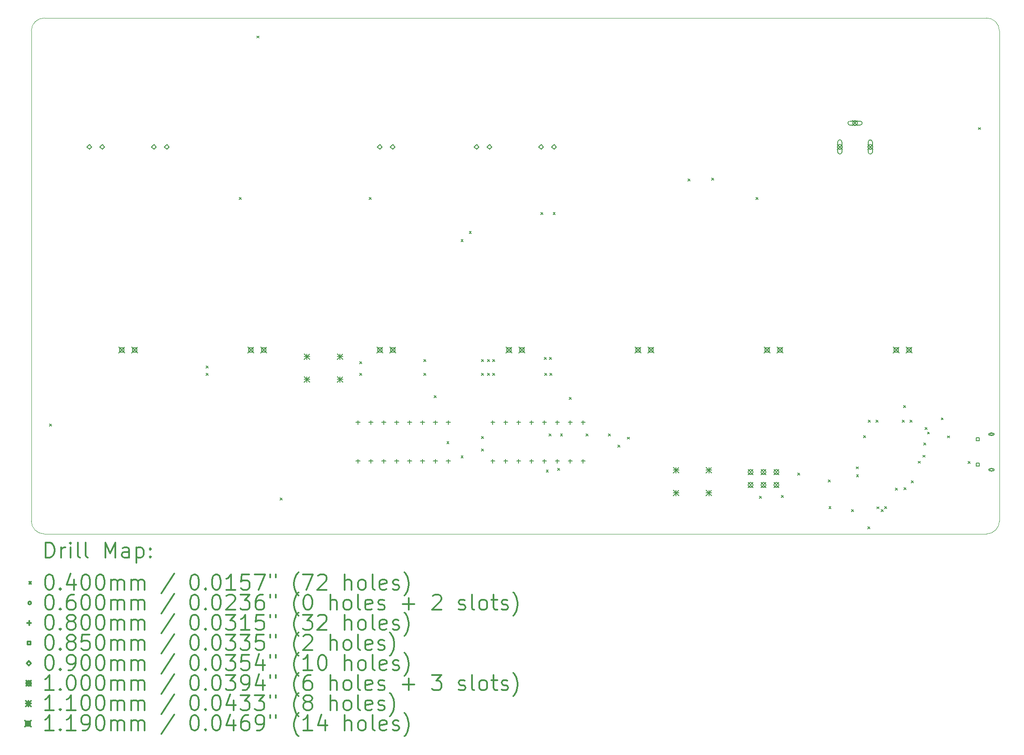
<source format=gbr>
%FSLAX45Y45*%
G04 Gerber Fmt 4.5, Leading zero omitted, Abs format (unit mm)*
G04 Created by KiCad (PCBNEW (5.1.10)-1) date 2021-08-19 15:28:22*
%MOMM*%
%LPD*%
G01*
G04 APERTURE LIST*
%TA.AperFunction,Profile*%
%ADD10C,0.050000*%
%TD*%
%ADD11C,0.200000*%
%ADD12C,0.300000*%
G04 APERTURE END LIST*
D10*
X22733000Y-4254500D02*
X4191000Y-4254500D01*
X22733000Y-4254500D02*
G75*
G02*
X22987000Y-4508500I0J-254000D01*
G01*
X22987000Y-14160500D02*
X22987000Y-4508500D01*
X4191000Y-14414500D02*
X22733000Y-14414500D01*
X3937000Y-4508500D02*
X3937000Y-14160500D01*
X22987000Y-14160500D02*
G75*
G02*
X22733000Y-14414500I-254000J0D01*
G01*
X4191000Y-14414500D02*
G75*
G02*
X3937000Y-14160500I0J254000D01*
G01*
X3937000Y-4508500D02*
G75*
G02*
X4191000Y-4254500I254000J0D01*
G01*
D11*
X4298000Y-12248200D02*
X4338000Y-12288200D01*
X4338000Y-12248200D02*
X4298000Y-12288200D01*
X7377750Y-11106786D02*
X7417750Y-11146786D01*
X7417750Y-11106786D02*
X7377750Y-11146786D01*
X7377750Y-11249646D02*
X7417750Y-11289646D01*
X7417750Y-11249646D02*
X7377750Y-11289646D01*
X8031800Y-7790500D02*
X8071800Y-7830500D01*
X8071800Y-7790500D02*
X8031800Y-7830500D01*
X8374700Y-4609150D02*
X8414700Y-4649150D01*
X8414700Y-4609150D02*
X8374700Y-4649150D01*
X8831900Y-13708700D02*
X8871900Y-13748700D01*
X8871900Y-13708700D02*
X8831900Y-13748700D01*
X10400350Y-11021064D02*
X10440350Y-11061064D01*
X10440350Y-11021064D02*
X10400350Y-11061064D01*
X10400350Y-11249646D02*
X10440350Y-11289646D01*
X10440350Y-11249646D02*
X10400350Y-11289646D01*
X10584500Y-7790500D02*
X10624500Y-7830500D01*
X10624500Y-7790500D02*
X10584500Y-7830500D01*
X11664000Y-10978203D02*
X11704000Y-11018203D01*
X11704000Y-10978203D02*
X11664000Y-11018203D01*
X11664000Y-11249646D02*
X11704000Y-11289646D01*
X11704000Y-11249646D02*
X11664000Y-11289646D01*
X11867200Y-11689400D02*
X11907200Y-11729400D01*
X11907200Y-11689400D02*
X11867200Y-11729400D01*
X12114850Y-12597450D02*
X12154850Y-12637450D01*
X12154850Y-12597450D02*
X12114850Y-12637450D01*
X12394250Y-12876850D02*
X12434250Y-12916850D01*
X12434250Y-12876850D02*
X12394250Y-12916850D01*
X12394252Y-8615998D02*
X12434252Y-8655998D01*
X12434252Y-8615998D02*
X12394252Y-8655998D01*
X12555884Y-8454366D02*
X12595884Y-8494366D01*
X12595884Y-8454366D02*
X12555884Y-8494366D01*
X12794300Y-10978203D02*
X12834300Y-11018203D01*
X12834300Y-10978203D02*
X12794300Y-11018203D01*
X12794300Y-11249646D02*
X12834300Y-11289646D01*
X12834300Y-11249646D02*
X12794300Y-11289646D01*
X12794300Y-12495850D02*
X12834300Y-12535850D01*
X12834300Y-12495850D02*
X12794300Y-12535850D01*
X12794300Y-12743640D02*
X12834300Y-12783640D01*
X12834300Y-12743640D02*
X12794300Y-12783640D01*
X12914950Y-11249646D02*
X12954950Y-11289646D01*
X12954950Y-11249646D02*
X12914950Y-11289646D01*
X12916550Y-10978199D02*
X12956550Y-11018199D01*
X12956550Y-10978199D02*
X12916550Y-11018199D01*
X13016550Y-10978203D02*
X13056550Y-11018203D01*
X13056550Y-10978203D02*
X13016550Y-11018203D01*
X13016550Y-11249646D02*
X13056550Y-11289646D01*
X13056550Y-11249646D02*
X13016550Y-11289646D01*
X13962720Y-8082600D02*
X14002720Y-8122600D01*
X14002720Y-8082600D02*
X13962720Y-8122600D01*
X14034150Y-10935342D02*
X14074150Y-10975342D01*
X14074150Y-10935342D02*
X14034150Y-10975342D01*
X14040500Y-11249646D02*
X14080500Y-11289646D01*
X14080500Y-11249646D02*
X14040500Y-11289646D01*
X14070650Y-13156250D02*
X14110650Y-13196250D01*
X14110650Y-13156250D02*
X14070650Y-13196250D01*
X14127800Y-12445050D02*
X14167800Y-12485050D01*
X14167800Y-12445050D02*
X14127800Y-12485050D01*
X14134150Y-10935342D02*
X14174150Y-10975342D01*
X14174150Y-10935342D02*
X14134150Y-10975342D01*
X14140500Y-11249646D02*
X14180500Y-11289646D01*
X14180500Y-11249646D02*
X14140500Y-11289646D01*
X14205580Y-8082600D02*
X14245580Y-8122600D01*
X14245580Y-8082600D02*
X14205580Y-8122600D01*
X14292900Y-13119742D02*
X14332900Y-13159742D01*
X14332900Y-13119742D02*
X14292900Y-13159742D01*
X14350050Y-12445050D02*
X14390050Y-12485050D01*
X14390050Y-12445050D02*
X14350050Y-12485050D01*
X14521500Y-11727500D02*
X14561500Y-11767500D01*
X14561500Y-11727500D02*
X14521500Y-11767500D01*
X14851700Y-12445050D02*
X14891700Y-12485050D01*
X14891700Y-12445050D02*
X14851700Y-12485050D01*
X15296200Y-12445050D02*
X15336200Y-12485050D01*
X15336200Y-12445050D02*
X15296200Y-12485050D01*
X15480350Y-12667300D02*
X15520350Y-12707300D01*
X15520350Y-12667300D02*
X15480350Y-12707300D01*
X15664500Y-12508550D02*
X15704500Y-12548550D01*
X15704500Y-12508550D02*
X15664500Y-12548550D01*
X16858300Y-7422200D02*
X16898300Y-7462200D01*
X16898300Y-7422200D02*
X16858300Y-7462200D01*
X17328200Y-7409500D02*
X17368200Y-7449500D01*
X17368200Y-7409500D02*
X17328200Y-7449500D01*
X18198150Y-7790500D02*
X18238150Y-7830500D01*
X18238150Y-7790500D02*
X18198150Y-7830500D01*
X18268000Y-13670600D02*
X18308000Y-13710600D01*
X18308000Y-13670600D02*
X18268000Y-13710600D01*
X18699800Y-13657900D02*
X18739800Y-13697900D01*
X18739800Y-13657900D02*
X18699800Y-13697900D01*
X19017300Y-13213400D02*
X19057300Y-13253400D01*
X19057300Y-13213400D02*
X19017300Y-13253400D01*
X19620550Y-13353100D02*
X19660550Y-13393100D01*
X19660550Y-13353100D02*
X19620550Y-13393100D01*
X19633250Y-13873800D02*
X19673250Y-13913800D01*
X19673250Y-13873800D02*
X19633250Y-13913800D01*
X20077750Y-13937300D02*
X20117750Y-13977300D01*
X20117750Y-13937300D02*
X20077750Y-13977300D01*
X20173000Y-13092750D02*
X20213000Y-13132750D01*
X20213000Y-13092750D02*
X20173000Y-13132750D01*
X20174300Y-13246450D02*
X20214300Y-13286450D01*
X20214300Y-13246450D02*
X20174300Y-13286450D01*
X20312700Y-12476800D02*
X20352700Y-12516800D01*
X20352700Y-12476800D02*
X20312700Y-12516800D01*
X20401600Y-14273850D02*
X20441600Y-14313850D01*
X20441600Y-14273850D02*
X20401600Y-14313850D01*
X20407950Y-12172000D02*
X20447950Y-12212000D01*
X20447950Y-12172000D02*
X20407950Y-12212000D01*
X20560350Y-12172000D02*
X20600350Y-12212000D01*
X20600350Y-12172000D02*
X20560350Y-12212000D01*
X20579400Y-13880150D02*
X20619400Y-13920150D01*
X20619400Y-13880150D02*
X20579400Y-13920150D01*
X20661950Y-13937300D02*
X20701950Y-13977300D01*
X20701950Y-13937300D02*
X20661950Y-13977300D01*
X20728250Y-13877350D02*
X20768250Y-13917350D01*
X20768250Y-13877350D02*
X20728250Y-13917350D01*
X20941350Y-13511850D02*
X20981350Y-13551850D01*
X20981350Y-13511850D02*
X20941350Y-13551850D01*
X21074700Y-12172000D02*
X21114700Y-12212000D01*
X21114700Y-12172000D02*
X21074700Y-12212000D01*
X21100100Y-11886250D02*
X21140100Y-11926250D01*
X21140100Y-11886250D02*
X21100100Y-11926250D01*
X21112800Y-13505500D02*
X21152800Y-13545500D01*
X21152800Y-13505500D02*
X21112800Y-13545500D01*
X21227100Y-12172000D02*
X21267100Y-12212000D01*
X21267100Y-12172000D02*
X21227100Y-12212000D01*
X21252500Y-13365800D02*
X21292500Y-13405800D01*
X21292500Y-13365800D02*
X21252500Y-13405800D01*
X21391909Y-12983226D02*
X21431909Y-13023226D01*
X21431909Y-12983226D02*
X21391909Y-13023226D01*
X21481100Y-12864150D02*
X21521100Y-12904150D01*
X21521100Y-12864150D02*
X21481100Y-12904150D01*
X21500150Y-12621274D02*
X21540150Y-12661274D01*
X21540150Y-12621274D02*
X21500150Y-12661274D01*
X21525550Y-12318050D02*
X21565550Y-12358050D01*
X21565550Y-12318050D02*
X21525550Y-12358050D01*
X21571251Y-12406996D02*
X21611251Y-12446996D01*
X21611251Y-12406996D02*
X21571251Y-12446996D01*
X21843050Y-12127550D02*
X21883050Y-12167550D01*
X21883050Y-12127550D02*
X21843050Y-12167550D01*
X21963700Y-12483150D02*
X22003700Y-12523150D01*
X22003700Y-12483150D02*
X21963700Y-12523150D01*
X22370100Y-12984800D02*
X22410100Y-13024800D01*
X22410100Y-12984800D02*
X22370100Y-13024800D01*
X22573300Y-6412550D02*
X22613300Y-6452550D01*
X22613300Y-6412550D02*
X22573300Y-6452550D01*
X22861350Y-12451600D02*
G75*
G03*
X22861350Y-12451600I-30000J0D01*
G01*
X22796350Y-12471600D02*
X22866350Y-12471600D01*
X22796350Y-12431600D02*
X22866350Y-12431600D01*
X22866350Y-12471600D02*
G75*
G03*
X22866350Y-12431600I0J20000D01*
G01*
X22796350Y-12431600D02*
G75*
G03*
X22796350Y-12471600I0J-20000D01*
G01*
X22861350Y-13151600D02*
G75*
G03*
X22861350Y-13151600I-30000J0D01*
G01*
X22866350Y-13131600D02*
X22796350Y-13131600D01*
X22866350Y-13171600D02*
X22796350Y-13171600D01*
X22796350Y-13131600D02*
G75*
G03*
X22796350Y-13171600I0J-20000D01*
G01*
X22866350Y-13171600D02*
G75*
G03*
X22866350Y-13131600I0J20000D01*
G01*
X10363200Y-12177400D02*
X10363200Y-12257400D01*
X10323200Y-12217400D02*
X10403200Y-12217400D01*
X10363200Y-12939400D02*
X10363200Y-13019400D01*
X10323200Y-12979400D02*
X10403200Y-12979400D01*
X10617200Y-12177400D02*
X10617200Y-12257400D01*
X10577200Y-12217400D02*
X10657200Y-12217400D01*
X10617200Y-12939400D02*
X10617200Y-13019400D01*
X10577200Y-12979400D02*
X10657200Y-12979400D01*
X10871200Y-12177400D02*
X10871200Y-12257400D01*
X10831200Y-12217400D02*
X10911200Y-12217400D01*
X10871200Y-12939400D02*
X10871200Y-13019400D01*
X10831200Y-12979400D02*
X10911200Y-12979400D01*
X11125200Y-12177400D02*
X11125200Y-12257400D01*
X11085200Y-12217400D02*
X11165200Y-12217400D01*
X11125200Y-12939400D02*
X11125200Y-13019400D01*
X11085200Y-12979400D02*
X11165200Y-12979400D01*
X11379200Y-12177400D02*
X11379200Y-12257400D01*
X11339200Y-12217400D02*
X11419200Y-12217400D01*
X11379200Y-12939400D02*
X11379200Y-13019400D01*
X11339200Y-12979400D02*
X11419200Y-12979400D01*
X11633200Y-12177400D02*
X11633200Y-12257400D01*
X11593200Y-12217400D02*
X11673200Y-12217400D01*
X11633200Y-12939400D02*
X11633200Y-13019400D01*
X11593200Y-12979400D02*
X11673200Y-12979400D01*
X11887200Y-12177400D02*
X11887200Y-12257400D01*
X11847200Y-12217400D02*
X11927200Y-12217400D01*
X11887200Y-12939400D02*
X11887200Y-13019400D01*
X11847200Y-12979400D02*
X11927200Y-12979400D01*
X12141200Y-12177400D02*
X12141200Y-12257400D01*
X12101200Y-12217400D02*
X12181200Y-12217400D01*
X12141200Y-12939400D02*
X12141200Y-13019400D01*
X12101200Y-12979400D02*
X12181200Y-12979400D01*
X13017500Y-12177400D02*
X13017500Y-12257400D01*
X12977500Y-12217400D02*
X13057500Y-12217400D01*
X13017500Y-12939400D02*
X13017500Y-13019400D01*
X12977500Y-12979400D02*
X13057500Y-12979400D01*
X13271500Y-12177400D02*
X13271500Y-12257400D01*
X13231500Y-12217400D02*
X13311500Y-12217400D01*
X13271500Y-12939400D02*
X13271500Y-13019400D01*
X13231500Y-12979400D02*
X13311500Y-12979400D01*
X13525500Y-12177400D02*
X13525500Y-12257400D01*
X13485500Y-12217400D02*
X13565500Y-12217400D01*
X13525500Y-12939400D02*
X13525500Y-13019400D01*
X13485500Y-12979400D02*
X13565500Y-12979400D01*
X13779500Y-12177400D02*
X13779500Y-12257400D01*
X13739500Y-12217400D02*
X13819500Y-12217400D01*
X13779500Y-12939400D02*
X13779500Y-13019400D01*
X13739500Y-12979400D02*
X13819500Y-12979400D01*
X14033500Y-12177400D02*
X14033500Y-12257400D01*
X13993500Y-12217400D02*
X14073500Y-12217400D01*
X14033500Y-12939400D02*
X14033500Y-13019400D01*
X13993500Y-12979400D02*
X14073500Y-12979400D01*
X14287500Y-12177400D02*
X14287500Y-12257400D01*
X14247500Y-12217400D02*
X14327500Y-12217400D01*
X14287500Y-12939400D02*
X14287500Y-13019400D01*
X14247500Y-12979400D02*
X14327500Y-12979400D01*
X14541500Y-12177400D02*
X14541500Y-12257400D01*
X14501500Y-12217400D02*
X14581500Y-12217400D01*
X14541500Y-12939400D02*
X14541500Y-13019400D01*
X14501500Y-12979400D02*
X14581500Y-12979400D01*
X14795500Y-12177400D02*
X14795500Y-12257400D01*
X14755500Y-12217400D02*
X14835500Y-12217400D01*
X14795500Y-12939400D02*
X14795500Y-13019400D01*
X14755500Y-12979400D02*
X14835500Y-12979400D01*
X22591402Y-12581652D02*
X22591402Y-12521548D01*
X22531298Y-12521548D01*
X22531298Y-12581652D01*
X22591402Y-12581652D01*
X22591402Y-13081652D02*
X22591402Y-13021548D01*
X22531298Y-13021548D01*
X22531298Y-13081652D01*
X22591402Y-13081652D01*
X5080000Y-6839500D02*
X5125000Y-6794500D01*
X5080000Y-6749500D01*
X5035000Y-6794500D01*
X5080000Y-6839500D01*
X5334000Y-6839500D02*
X5379000Y-6794500D01*
X5334000Y-6749500D01*
X5289000Y-6794500D01*
X5334000Y-6839500D01*
X6350000Y-6839500D02*
X6395000Y-6794500D01*
X6350000Y-6749500D01*
X6305000Y-6794500D01*
X6350000Y-6839500D01*
X6604000Y-6839500D02*
X6649000Y-6794500D01*
X6604000Y-6749500D01*
X6559000Y-6794500D01*
X6604000Y-6839500D01*
X10795000Y-6839500D02*
X10840000Y-6794500D01*
X10795000Y-6749500D01*
X10750000Y-6794500D01*
X10795000Y-6839500D01*
X11049000Y-6839500D02*
X11094000Y-6794500D01*
X11049000Y-6749500D01*
X11004000Y-6794500D01*
X11049000Y-6839500D01*
X12700000Y-6839500D02*
X12745000Y-6794500D01*
X12700000Y-6749500D01*
X12655000Y-6794500D01*
X12700000Y-6839500D01*
X12954000Y-6839500D02*
X12999000Y-6794500D01*
X12954000Y-6749500D01*
X12909000Y-6794500D01*
X12954000Y-6839500D01*
X13970000Y-6839500D02*
X14015000Y-6794500D01*
X13970000Y-6749500D01*
X13925000Y-6794500D01*
X13970000Y-6839500D01*
X14224000Y-6839500D02*
X14269000Y-6794500D01*
X14224000Y-6749500D01*
X14179000Y-6794500D01*
X14224000Y-6839500D01*
X18041150Y-13145300D02*
X18141150Y-13245300D01*
X18141150Y-13145300D02*
X18041150Y-13245300D01*
X18141150Y-13195300D02*
G75*
G03*
X18141150Y-13195300I-50000J0D01*
G01*
X18041150Y-13399300D02*
X18141150Y-13499300D01*
X18141150Y-13399300D02*
X18041150Y-13499300D01*
X18141150Y-13449300D02*
G75*
G03*
X18141150Y-13449300I-50000J0D01*
G01*
X18295150Y-13145300D02*
X18395150Y-13245300D01*
X18395150Y-13145300D02*
X18295150Y-13245300D01*
X18395150Y-13195300D02*
G75*
G03*
X18395150Y-13195300I-50000J0D01*
G01*
X18295150Y-13399300D02*
X18395150Y-13499300D01*
X18395150Y-13399300D02*
X18295150Y-13499300D01*
X18395150Y-13449300D02*
G75*
G03*
X18395150Y-13449300I-50000J0D01*
G01*
X18549150Y-13145300D02*
X18649150Y-13245300D01*
X18649150Y-13145300D02*
X18549150Y-13245300D01*
X18649150Y-13195300D02*
G75*
G03*
X18649150Y-13195300I-50000J0D01*
G01*
X18549150Y-13399300D02*
X18649150Y-13499300D01*
X18649150Y-13399300D02*
X18549150Y-13499300D01*
X18649150Y-13449300D02*
G75*
G03*
X18649150Y-13449300I-50000J0D01*
G01*
X19797000Y-6744500D02*
X19897000Y-6844500D01*
X19897000Y-6744500D02*
X19797000Y-6844500D01*
X19897000Y-6794500D02*
G75*
G03*
X19897000Y-6794500I-50000J0D01*
G01*
X19807000Y-6694500D02*
X19807000Y-6894500D01*
X19887000Y-6694500D02*
X19887000Y-6894500D01*
X19807000Y-6894500D02*
G75*
G03*
X19887000Y-6894500I40000J0D01*
G01*
X19887000Y-6694500D02*
G75*
G03*
X19807000Y-6694500I-40000J0D01*
G01*
X20097000Y-6274500D02*
X20197000Y-6374500D01*
X20197000Y-6274500D02*
X20097000Y-6374500D01*
X20197000Y-6324500D02*
G75*
G03*
X20197000Y-6324500I-50000J0D01*
G01*
X20047000Y-6364500D02*
X20247000Y-6364500D01*
X20047000Y-6284500D02*
X20247000Y-6284500D01*
X20247000Y-6364500D02*
G75*
G03*
X20247000Y-6284500I0J40000D01*
G01*
X20047000Y-6284500D02*
G75*
G03*
X20047000Y-6364500I0J-40000D01*
G01*
X20397000Y-6744500D02*
X20497000Y-6844500D01*
X20497000Y-6744500D02*
X20397000Y-6844500D01*
X20497000Y-6794500D02*
G75*
G03*
X20497000Y-6794500I-50000J0D01*
G01*
X20407000Y-6694500D02*
X20407000Y-6894500D01*
X20487000Y-6694500D02*
X20487000Y-6894500D01*
X20407000Y-6894500D02*
G75*
G03*
X20487000Y-6894500I40000J0D01*
G01*
X20487000Y-6694500D02*
G75*
G03*
X20407000Y-6694500I-40000J0D01*
G01*
X9304900Y-10867000D02*
X9414900Y-10977000D01*
X9414900Y-10867000D02*
X9304900Y-10977000D01*
X9359900Y-10867000D02*
X9359900Y-10977000D01*
X9304900Y-10922000D02*
X9414900Y-10922000D01*
X9304900Y-11317000D02*
X9414900Y-11427000D01*
X9414900Y-11317000D02*
X9304900Y-11427000D01*
X9359900Y-11317000D02*
X9359900Y-11427000D01*
X9304900Y-11372000D02*
X9414900Y-11372000D01*
X9954900Y-10867000D02*
X10064900Y-10977000D01*
X10064900Y-10867000D02*
X9954900Y-10977000D01*
X10009900Y-10867000D02*
X10009900Y-10977000D01*
X9954900Y-10922000D02*
X10064900Y-10922000D01*
X9954900Y-11317000D02*
X10064900Y-11427000D01*
X10064900Y-11317000D02*
X9954900Y-11427000D01*
X10009900Y-11317000D02*
X10009900Y-11427000D01*
X9954900Y-11372000D02*
X10064900Y-11372000D01*
X16567000Y-13102200D02*
X16677000Y-13212200D01*
X16677000Y-13102200D02*
X16567000Y-13212200D01*
X16622000Y-13102200D02*
X16622000Y-13212200D01*
X16567000Y-13157200D02*
X16677000Y-13157200D01*
X16567000Y-13552200D02*
X16677000Y-13662200D01*
X16677000Y-13552200D02*
X16567000Y-13662200D01*
X16622000Y-13552200D02*
X16622000Y-13662200D01*
X16567000Y-13607200D02*
X16677000Y-13607200D01*
X17217000Y-13102200D02*
X17327000Y-13212200D01*
X17327000Y-13102200D02*
X17217000Y-13212200D01*
X17272000Y-13102200D02*
X17272000Y-13212200D01*
X17217000Y-13157200D02*
X17327000Y-13157200D01*
X17217000Y-13552200D02*
X17327000Y-13662200D01*
X17327000Y-13552200D02*
X17217000Y-13662200D01*
X17272000Y-13552200D02*
X17272000Y-13662200D01*
X17217000Y-13607200D02*
X17327000Y-13607200D01*
X5655500Y-10735500D02*
X5774500Y-10854500D01*
X5774500Y-10735500D02*
X5655500Y-10854500D01*
X5757073Y-10837073D02*
X5757073Y-10752927D01*
X5672927Y-10752927D01*
X5672927Y-10837073D01*
X5757073Y-10837073D01*
X5909500Y-10735500D02*
X6028500Y-10854500D01*
X6028500Y-10735500D02*
X5909500Y-10854500D01*
X6011073Y-10837073D02*
X6011073Y-10752927D01*
X5926927Y-10752927D01*
X5926927Y-10837073D01*
X6011073Y-10837073D01*
X8195500Y-10735500D02*
X8314500Y-10854500D01*
X8314500Y-10735500D02*
X8195500Y-10854500D01*
X8297073Y-10837073D02*
X8297073Y-10752927D01*
X8212927Y-10752927D01*
X8212927Y-10837073D01*
X8297073Y-10837073D01*
X8449500Y-10735500D02*
X8568500Y-10854500D01*
X8568500Y-10735500D02*
X8449500Y-10854500D01*
X8551073Y-10837073D02*
X8551073Y-10752927D01*
X8466927Y-10752927D01*
X8466927Y-10837073D01*
X8551073Y-10837073D01*
X10735500Y-10735500D02*
X10854500Y-10854500D01*
X10854500Y-10735500D02*
X10735500Y-10854500D01*
X10837073Y-10837073D02*
X10837073Y-10752927D01*
X10752927Y-10752927D01*
X10752927Y-10837073D01*
X10837073Y-10837073D01*
X10989500Y-10735500D02*
X11108500Y-10854500D01*
X11108500Y-10735500D02*
X10989500Y-10854500D01*
X11091073Y-10837073D02*
X11091073Y-10752927D01*
X11006927Y-10752927D01*
X11006927Y-10837073D01*
X11091073Y-10837073D01*
X13275500Y-10735500D02*
X13394500Y-10854500D01*
X13394500Y-10735500D02*
X13275500Y-10854500D01*
X13377073Y-10837073D02*
X13377073Y-10752927D01*
X13292927Y-10752927D01*
X13292927Y-10837073D01*
X13377073Y-10837073D01*
X13529500Y-10735500D02*
X13648500Y-10854500D01*
X13648500Y-10735500D02*
X13529500Y-10854500D01*
X13631073Y-10837073D02*
X13631073Y-10752927D01*
X13546927Y-10752927D01*
X13546927Y-10837073D01*
X13631073Y-10837073D01*
X15815500Y-10735500D02*
X15934500Y-10854500D01*
X15934500Y-10735500D02*
X15815500Y-10854500D01*
X15917073Y-10837073D02*
X15917073Y-10752927D01*
X15832927Y-10752927D01*
X15832927Y-10837073D01*
X15917073Y-10837073D01*
X16069500Y-10735500D02*
X16188500Y-10854500D01*
X16188500Y-10735500D02*
X16069500Y-10854500D01*
X16171073Y-10837073D02*
X16171073Y-10752927D01*
X16086927Y-10752927D01*
X16086927Y-10837073D01*
X16171073Y-10837073D01*
X18355500Y-10735500D02*
X18474500Y-10854500D01*
X18474500Y-10735500D02*
X18355500Y-10854500D01*
X18457073Y-10837073D02*
X18457073Y-10752927D01*
X18372927Y-10752927D01*
X18372927Y-10837073D01*
X18457073Y-10837073D01*
X18609500Y-10735500D02*
X18728500Y-10854500D01*
X18728500Y-10735500D02*
X18609500Y-10854500D01*
X18711073Y-10837073D02*
X18711073Y-10752927D01*
X18626927Y-10752927D01*
X18626927Y-10837073D01*
X18711073Y-10837073D01*
X20895500Y-10735500D02*
X21014500Y-10854500D01*
X21014500Y-10735500D02*
X20895500Y-10854500D01*
X20997073Y-10837073D02*
X20997073Y-10752927D01*
X20912927Y-10752927D01*
X20912927Y-10837073D01*
X20997073Y-10837073D01*
X21149500Y-10735500D02*
X21268500Y-10854500D01*
X21268500Y-10735500D02*
X21149500Y-10854500D01*
X21251073Y-10837073D02*
X21251073Y-10752927D01*
X21166927Y-10752927D01*
X21166927Y-10837073D01*
X21251073Y-10837073D01*
D12*
X4220928Y-14882714D02*
X4220928Y-14582714D01*
X4292357Y-14582714D01*
X4335214Y-14597000D01*
X4363786Y-14625571D01*
X4378071Y-14654143D01*
X4392357Y-14711286D01*
X4392357Y-14754143D01*
X4378071Y-14811286D01*
X4363786Y-14839857D01*
X4335214Y-14868429D01*
X4292357Y-14882714D01*
X4220928Y-14882714D01*
X4520928Y-14882714D02*
X4520928Y-14682714D01*
X4520928Y-14739857D02*
X4535214Y-14711286D01*
X4549500Y-14697000D01*
X4578071Y-14682714D01*
X4606643Y-14682714D01*
X4706643Y-14882714D02*
X4706643Y-14682714D01*
X4706643Y-14582714D02*
X4692357Y-14597000D01*
X4706643Y-14611286D01*
X4720928Y-14597000D01*
X4706643Y-14582714D01*
X4706643Y-14611286D01*
X4892357Y-14882714D02*
X4863786Y-14868429D01*
X4849500Y-14839857D01*
X4849500Y-14582714D01*
X5049500Y-14882714D02*
X5020928Y-14868429D01*
X5006643Y-14839857D01*
X5006643Y-14582714D01*
X5392357Y-14882714D02*
X5392357Y-14582714D01*
X5492357Y-14797000D01*
X5592357Y-14582714D01*
X5592357Y-14882714D01*
X5863786Y-14882714D02*
X5863786Y-14725571D01*
X5849500Y-14697000D01*
X5820928Y-14682714D01*
X5763786Y-14682714D01*
X5735214Y-14697000D01*
X5863786Y-14868429D02*
X5835214Y-14882714D01*
X5763786Y-14882714D01*
X5735214Y-14868429D01*
X5720928Y-14839857D01*
X5720928Y-14811286D01*
X5735214Y-14782714D01*
X5763786Y-14768429D01*
X5835214Y-14768429D01*
X5863786Y-14754143D01*
X6006643Y-14682714D02*
X6006643Y-14982714D01*
X6006643Y-14697000D02*
X6035214Y-14682714D01*
X6092357Y-14682714D01*
X6120928Y-14697000D01*
X6135214Y-14711286D01*
X6149500Y-14739857D01*
X6149500Y-14825571D01*
X6135214Y-14854143D01*
X6120928Y-14868429D01*
X6092357Y-14882714D01*
X6035214Y-14882714D01*
X6006643Y-14868429D01*
X6278071Y-14854143D02*
X6292357Y-14868429D01*
X6278071Y-14882714D01*
X6263786Y-14868429D01*
X6278071Y-14854143D01*
X6278071Y-14882714D01*
X6278071Y-14697000D02*
X6292357Y-14711286D01*
X6278071Y-14725571D01*
X6263786Y-14711286D01*
X6278071Y-14697000D01*
X6278071Y-14725571D01*
X3894500Y-15357000D02*
X3934500Y-15397000D01*
X3934500Y-15357000D02*
X3894500Y-15397000D01*
X4278071Y-15212714D02*
X4306643Y-15212714D01*
X4335214Y-15227000D01*
X4349500Y-15241286D01*
X4363786Y-15269857D01*
X4378071Y-15327000D01*
X4378071Y-15398429D01*
X4363786Y-15455571D01*
X4349500Y-15484143D01*
X4335214Y-15498429D01*
X4306643Y-15512714D01*
X4278071Y-15512714D01*
X4249500Y-15498429D01*
X4235214Y-15484143D01*
X4220928Y-15455571D01*
X4206643Y-15398429D01*
X4206643Y-15327000D01*
X4220928Y-15269857D01*
X4235214Y-15241286D01*
X4249500Y-15227000D01*
X4278071Y-15212714D01*
X4506643Y-15484143D02*
X4520928Y-15498429D01*
X4506643Y-15512714D01*
X4492357Y-15498429D01*
X4506643Y-15484143D01*
X4506643Y-15512714D01*
X4778071Y-15312714D02*
X4778071Y-15512714D01*
X4706643Y-15198429D02*
X4635214Y-15412714D01*
X4820928Y-15412714D01*
X4992357Y-15212714D02*
X5020928Y-15212714D01*
X5049500Y-15227000D01*
X5063786Y-15241286D01*
X5078071Y-15269857D01*
X5092357Y-15327000D01*
X5092357Y-15398429D01*
X5078071Y-15455571D01*
X5063786Y-15484143D01*
X5049500Y-15498429D01*
X5020928Y-15512714D01*
X4992357Y-15512714D01*
X4963786Y-15498429D01*
X4949500Y-15484143D01*
X4935214Y-15455571D01*
X4920928Y-15398429D01*
X4920928Y-15327000D01*
X4935214Y-15269857D01*
X4949500Y-15241286D01*
X4963786Y-15227000D01*
X4992357Y-15212714D01*
X5278071Y-15212714D02*
X5306643Y-15212714D01*
X5335214Y-15227000D01*
X5349500Y-15241286D01*
X5363786Y-15269857D01*
X5378071Y-15327000D01*
X5378071Y-15398429D01*
X5363786Y-15455571D01*
X5349500Y-15484143D01*
X5335214Y-15498429D01*
X5306643Y-15512714D01*
X5278071Y-15512714D01*
X5249500Y-15498429D01*
X5235214Y-15484143D01*
X5220928Y-15455571D01*
X5206643Y-15398429D01*
X5206643Y-15327000D01*
X5220928Y-15269857D01*
X5235214Y-15241286D01*
X5249500Y-15227000D01*
X5278071Y-15212714D01*
X5506643Y-15512714D02*
X5506643Y-15312714D01*
X5506643Y-15341286D02*
X5520928Y-15327000D01*
X5549500Y-15312714D01*
X5592357Y-15312714D01*
X5620928Y-15327000D01*
X5635214Y-15355571D01*
X5635214Y-15512714D01*
X5635214Y-15355571D02*
X5649500Y-15327000D01*
X5678071Y-15312714D01*
X5720928Y-15312714D01*
X5749500Y-15327000D01*
X5763786Y-15355571D01*
X5763786Y-15512714D01*
X5906643Y-15512714D02*
X5906643Y-15312714D01*
X5906643Y-15341286D02*
X5920928Y-15327000D01*
X5949500Y-15312714D01*
X5992357Y-15312714D01*
X6020928Y-15327000D01*
X6035214Y-15355571D01*
X6035214Y-15512714D01*
X6035214Y-15355571D02*
X6049500Y-15327000D01*
X6078071Y-15312714D01*
X6120928Y-15312714D01*
X6149500Y-15327000D01*
X6163786Y-15355571D01*
X6163786Y-15512714D01*
X6749500Y-15198429D02*
X6492357Y-15584143D01*
X7135214Y-15212714D02*
X7163786Y-15212714D01*
X7192357Y-15227000D01*
X7206643Y-15241286D01*
X7220928Y-15269857D01*
X7235214Y-15327000D01*
X7235214Y-15398429D01*
X7220928Y-15455571D01*
X7206643Y-15484143D01*
X7192357Y-15498429D01*
X7163786Y-15512714D01*
X7135214Y-15512714D01*
X7106643Y-15498429D01*
X7092357Y-15484143D01*
X7078071Y-15455571D01*
X7063786Y-15398429D01*
X7063786Y-15327000D01*
X7078071Y-15269857D01*
X7092357Y-15241286D01*
X7106643Y-15227000D01*
X7135214Y-15212714D01*
X7363786Y-15484143D02*
X7378071Y-15498429D01*
X7363786Y-15512714D01*
X7349500Y-15498429D01*
X7363786Y-15484143D01*
X7363786Y-15512714D01*
X7563786Y-15212714D02*
X7592357Y-15212714D01*
X7620928Y-15227000D01*
X7635214Y-15241286D01*
X7649500Y-15269857D01*
X7663786Y-15327000D01*
X7663786Y-15398429D01*
X7649500Y-15455571D01*
X7635214Y-15484143D01*
X7620928Y-15498429D01*
X7592357Y-15512714D01*
X7563786Y-15512714D01*
X7535214Y-15498429D01*
X7520928Y-15484143D01*
X7506643Y-15455571D01*
X7492357Y-15398429D01*
X7492357Y-15327000D01*
X7506643Y-15269857D01*
X7520928Y-15241286D01*
X7535214Y-15227000D01*
X7563786Y-15212714D01*
X7949500Y-15512714D02*
X7778071Y-15512714D01*
X7863786Y-15512714D02*
X7863786Y-15212714D01*
X7835214Y-15255571D01*
X7806643Y-15284143D01*
X7778071Y-15298429D01*
X8220928Y-15212714D02*
X8078071Y-15212714D01*
X8063786Y-15355571D01*
X8078071Y-15341286D01*
X8106643Y-15327000D01*
X8178071Y-15327000D01*
X8206643Y-15341286D01*
X8220928Y-15355571D01*
X8235214Y-15384143D01*
X8235214Y-15455571D01*
X8220928Y-15484143D01*
X8206643Y-15498429D01*
X8178071Y-15512714D01*
X8106643Y-15512714D01*
X8078071Y-15498429D01*
X8063786Y-15484143D01*
X8335214Y-15212714D02*
X8535214Y-15212714D01*
X8406643Y-15512714D01*
X8635214Y-15212714D02*
X8635214Y-15269857D01*
X8749500Y-15212714D02*
X8749500Y-15269857D01*
X9192357Y-15627000D02*
X9178071Y-15612714D01*
X9149500Y-15569857D01*
X9135214Y-15541286D01*
X9120928Y-15498429D01*
X9106643Y-15427000D01*
X9106643Y-15369857D01*
X9120928Y-15298429D01*
X9135214Y-15255571D01*
X9149500Y-15227000D01*
X9178071Y-15184143D01*
X9192357Y-15169857D01*
X9278071Y-15212714D02*
X9478071Y-15212714D01*
X9349500Y-15512714D01*
X9578071Y-15241286D02*
X9592357Y-15227000D01*
X9620928Y-15212714D01*
X9692357Y-15212714D01*
X9720928Y-15227000D01*
X9735214Y-15241286D01*
X9749500Y-15269857D01*
X9749500Y-15298429D01*
X9735214Y-15341286D01*
X9563786Y-15512714D01*
X9749500Y-15512714D01*
X10106643Y-15512714D02*
X10106643Y-15212714D01*
X10235214Y-15512714D02*
X10235214Y-15355571D01*
X10220928Y-15327000D01*
X10192357Y-15312714D01*
X10149500Y-15312714D01*
X10120928Y-15327000D01*
X10106643Y-15341286D01*
X10420928Y-15512714D02*
X10392357Y-15498429D01*
X10378071Y-15484143D01*
X10363786Y-15455571D01*
X10363786Y-15369857D01*
X10378071Y-15341286D01*
X10392357Y-15327000D01*
X10420928Y-15312714D01*
X10463786Y-15312714D01*
X10492357Y-15327000D01*
X10506643Y-15341286D01*
X10520928Y-15369857D01*
X10520928Y-15455571D01*
X10506643Y-15484143D01*
X10492357Y-15498429D01*
X10463786Y-15512714D01*
X10420928Y-15512714D01*
X10692357Y-15512714D02*
X10663786Y-15498429D01*
X10649500Y-15469857D01*
X10649500Y-15212714D01*
X10920928Y-15498429D02*
X10892357Y-15512714D01*
X10835214Y-15512714D01*
X10806643Y-15498429D01*
X10792357Y-15469857D01*
X10792357Y-15355571D01*
X10806643Y-15327000D01*
X10835214Y-15312714D01*
X10892357Y-15312714D01*
X10920928Y-15327000D01*
X10935214Y-15355571D01*
X10935214Y-15384143D01*
X10792357Y-15412714D01*
X11049500Y-15498429D02*
X11078071Y-15512714D01*
X11135214Y-15512714D01*
X11163786Y-15498429D01*
X11178071Y-15469857D01*
X11178071Y-15455571D01*
X11163786Y-15427000D01*
X11135214Y-15412714D01*
X11092357Y-15412714D01*
X11063786Y-15398429D01*
X11049500Y-15369857D01*
X11049500Y-15355571D01*
X11063786Y-15327000D01*
X11092357Y-15312714D01*
X11135214Y-15312714D01*
X11163786Y-15327000D01*
X11278071Y-15627000D02*
X11292357Y-15612714D01*
X11320928Y-15569857D01*
X11335214Y-15541286D01*
X11349500Y-15498429D01*
X11363786Y-15427000D01*
X11363786Y-15369857D01*
X11349500Y-15298429D01*
X11335214Y-15255571D01*
X11320928Y-15227000D01*
X11292357Y-15184143D01*
X11278071Y-15169857D01*
X3934500Y-15773000D02*
G75*
G03*
X3934500Y-15773000I-30000J0D01*
G01*
X4278071Y-15608714D02*
X4306643Y-15608714D01*
X4335214Y-15623000D01*
X4349500Y-15637286D01*
X4363786Y-15665857D01*
X4378071Y-15723000D01*
X4378071Y-15794429D01*
X4363786Y-15851571D01*
X4349500Y-15880143D01*
X4335214Y-15894429D01*
X4306643Y-15908714D01*
X4278071Y-15908714D01*
X4249500Y-15894429D01*
X4235214Y-15880143D01*
X4220928Y-15851571D01*
X4206643Y-15794429D01*
X4206643Y-15723000D01*
X4220928Y-15665857D01*
X4235214Y-15637286D01*
X4249500Y-15623000D01*
X4278071Y-15608714D01*
X4506643Y-15880143D02*
X4520928Y-15894429D01*
X4506643Y-15908714D01*
X4492357Y-15894429D01*
X4506643Y-15880143D01*
X4506643Y-15908714D01*
X4778071Y-15608714D02*
X4720928Y-15608714D01*
X4692357Y-15623000D01*
X4678071Y-15637286D01*
X4649500Y-15680143D01*
X4635214Y-15737286D01*
X4635214Y-15851571D01*
X4649500Y-15880143D01*
X4663786Y-15894429D01*
X4692357Y-15908714D01*
X4749500Y-15908714D01*
X4778071Y-15894429D01*
X4792357Y-15880143D01*
X4806643Y-15851571D01*
X4806643Y-15780143D01*
X4792357Y-15751571D01*
X4778071Y-15737286D01*
X4749500Y-15723000D01*
X4692357Y-15723000D01*
X4663786Y-15737286D01*
X4649500Y-15751571D01*
X4635214Y-15780143D01*
X4992357Y-15608714D02*
X5020928Y-15608714D01*
X5049500Y-15623000D01*
X5063786Y-15637286D01*
X5078071Y-15665857D01*
X5092357Y-15723000D01*
X5092357Y-15794429D01*
X5078071Y-15851571D01*
X5063786Y-15880143D01*
X5049500Y-15894429D01*
X5020928Y-15908714D01*
X4992357Y-15908714D01*
X4963786Y-15894429D01*
X4949500Y-15880143D01*
X4935214Y-15851571D01*
X4920928Y-15794429D01*
X4920928Y-15723000D01*
X4935214Y-15665857D01*
X4949500Y-15637286D01*
X4963786Y-15623000D01*
X4992357Y-15608714D01*
X5278071Y-15608714D02*
X5306643Y-15608714D01*
X5335214Y-15623000D01*
X5349500Y-15637286D01*
X5363786Y-15665857D01*
X5378071Y-15723000D01*
X5378071Y-15794429D01*
X5363786Y-15851571D01*
X5349500Y-15880143D01*
X5335214Y-15894429D01*
X5306643Y-15908714D01*
X5278071Y-15908714D01*
X5249500Y-15894429D01*
X5235214Y-15880143D01*
X5220928Y-15851571D01*
X5206643Y-15794429D01*
X5206643Y-15723000D01*
X5220928Y-15665857D01*
X5235214Y-15637286D01*
X5249500Y-15623000D01*
X5278071Y-15608714D01*
X5506643Y-15908714D02*
X5506643Y-15708714D01*
X5506643Y-15737286D02*
X5520928Y-15723000D01*
X5549500Y-15708714D01*
X5592357Y-15708714D01*
X5620928Y-15723000D01*
X5635214Y-15751571D01*
X5635214Y-15908714D01*
X5635214Y-15751571D02*
X5649500Y-15723000D01*
X5678071Y-15708714D01*
X5720928Y-15708714D01*
X5749500Y-15723000D01*
X5763786Y-15751571D01*
X5763786Y-15908714D01*
X5906643Y-15908714D02*
X5906643Y-15708714D01*
X5906643Y-15737286D02*
X5920928Y-15723000D01*
X5949500Y-15708714D01*
X5992357Y-15708714D01*
X6020928Y-15723000D01*
X6035214Y-15751571D01*
X6035214Y-15908714D01*
X6035214Y-15751571D02*
X6049500Y-15723000D01*
X6078071Y-15708714D01*
X6120928Y-15708714D01*
X6149500Y-15723000D01*
X6163786Y-15751571D01*
X6163786Y-15908714D01*
X6749500Y-15594429D02*
X6492357Y-15980143D01*
X7135214Y-15608714D02*
X7163786Y-15608714D01*
X7192357Y-15623000D01*
X7206643Y-15637286D01*
X7220928Y-15665857D01*
X7235214Y-15723000D01*
X7235214Y-15794429D01*
X7220928Y-15851571D01*
X7206643Y-15880143D01*
X7192357Y-15894429D01*
X7163786Y-15908714D01*
X7135214Y-15908714D01*
X7106643Y-15894429D01*
X7092357Y-15880143D01*
X7078071Y-15851571D01*
X7063786Y-15794429D01*
X7063786Y-15723000D01*
X7078071Y-15665857D01*
X7092357Y-15637286D01*
X7106643Y-15623000D01*
X7135214Y-15608714D01*
X7363786Y-15880143D02*
X7378071Y-15894429D01*
X7363786Y-15908714D01*
X7349500Y-15894429D01*
X7363786Y-15880143D01*
X7363786Y-15908714D01*
X7563786Y-15608714D02*
X7592357Y-15608714D01*
X7620928Y-15623000D01*
X7635214Y-15637286D01*
X7649500Y-15665857D01*
X7663786Y-15723000D01*
X7663786Y-15794429D01*
X7649500Y-15851571D01*
X7635214Y-15880143D01*
X7620928Y-15894429D01*
X7592357Y-15908714D01*
X7563786Y-15908714D01*
X7535214Y-15894429D01*
X7520928Y-15880143D01*
X7506643Y-15851571D01*
X7492357Y-15794429D01*
X7492357Y-15723000D01*
X7506643Y-15665857D01*
X7520928Y-15637286D01*
X7535214Y-15623000D01*
X7563786Y-15608714D01*
X7778071Y-15637286D02*
X7792357Y-15623000D01*
X7820928Y-15608714D01*
X7892357Y-15608714D01*
X7920928Y-15623000D01*
X7935214Y-15637286D01*
X7949500Y-15665857D01*
X7949500Y-15694429D01*
X7935214Y-15737286D01*
X7763786Y-15908714D01*
X7949500Y-15908714D01*
X8049500Y-15608714D02*
X8235214Y-15608714D01*
X8135214Y-15723000D01*
X8178071Y-15723000D01*
X8206643Y-15737286D01*
X8220928Y-15751571D01*
X8235214Y-15780143D01*
X8235214Y-15851571D01*
X8220928Y-15880143D01*
X8206643Y-15894429D01*
X8178071Y-15908714D01*
X8092357Y-15908714D01*
X8063786Y-15894429D01*
X8049500Y-15880143D01*
X8492357Y-15608714D02*
X8435214Y-15608714D01*
X8406643Y-15623000D01*
X8392357Y-15637286D01*
X8363786Y-15680143D01*
X8349500Y-15737286D01*
X8349500Y-15851571D01*
X8363786Y-15880143D01*
X8378071Y-15894429D01*
X8406643Y-15908714D01*
X8463786Y-15908714D01*
X8492357Y-15894429D01*
X8506643Y-15880143D01*
X8520928Y-15851571D01*
X8520928Y-15780143D01*
X8506643Y-15751571D01*
X8492357Y-15737286D01*
X8463786Y-15723000D01*
X8406643Y-15723000D01*
X8378071Y-15737286D01*
X8363786Y-15751571D01*
X8349500Y-15780143D01*
X8635214Y-15608714D02*
X8635214Y-15665857D01*
X8749500Y-15608714D02*
X8749500Y-15665857D01*
X9192357Y-16023000D02*
X9178071Y-16008714D01*
X9149500Y-15965857D01*
X9135214Y-15937286D01*
X9120928Y-15894429D01*
X9106643Y-15823000D01*
X9106643Y-15765857D01*
X9120928Y-15694429D01*
X9135214Y-15651571D01*
X9149500Y-15623000D01*
X9178071Y-15580143D01*
X9192357Y-15565857D01*
X9363786Y-15608714D02*
X9392357Y-15608714D01*
X9420928Y-15623000D01*
X9435214Y-15637286D01*
X9449500Y-15665857D01*
X9463786Y-15723000D01*
X9463786Y-15794429D01*
X9449500Y-15851571D01*
X9435214Y-15880143D01*
X9420928Y-15894429D01*
X9392357Y-15908714D01*
X9363786Y-15908714D01*
X9335214Y-15894429D01*
X9320928Y-15880143D01*
X9306643Y-15851571D01*
X9292357Y-15794429D01*
X9292357Y-15723000D01*
X9306643Y-15665857D01*
X9320928Y-15637286D01*
X9335214Y-15623000D01*
X9363786Y-15608714D01*
X9820928Y-15908714D02*
X9820928Y-15608714D01*
X9949500Y-15908714D02*
X9949500Y-15751571D01*
X9935214Y-15723000D01*
X9906643Y-15708714D01*
X9863786Y-15708714D01*
X9835214Y-15723000D01*
X9820928Y-15737286D01*
X10135214Y-15908714D02*
X10106643Y-15894429D01*
X10092357Y-15880143D01*
X10078071Y-15851571D01*
X10078071Y-15765857D01*
X10092357Y-15737286D01*
X10106643Y-15723000D01*
X10135214Y-15708714D01*
X10178071Y-15708714D01*
X10206643Y-15723000D01*
X10220928Y-15737286D01*
X10235214Y-15765857D01*
X10235214Y-15851571D01*
X10220928Y-15880143D01*
X10206643Y-15894429D01*
X10178071Y-15908714D01*
X10135214Y-15908714D01*
X10406643Y-15908714D02*
X10378071Y-15894429D01*
X10363786Y-15865857D01*
X10363786Y-15608714D01*
X10635214Y-15894429D02*
X10606643Y-15908714D01*
X10549500Y-15908714D01*
X10520928Y-15894429D01*
X10506643Y-15865857D01*
X10506643Y-15751571D01*
X10520928Y-15723000D01*
X10549500Y-15708714D01*
X10606643Y-15708714D01*
X10635214Y-15723000D01*
X10649500Y-15751571D01*
X10649500Y-15780143D01*
X10506643Y-15808714D01*
X10763786Y-15894429D02*
X10792357Y-15908714D01*
X10849500Y-15908714D01*
X10878071Y-15894429D01*
X10892357Y-15865857D01*
X10892357Y-15851571D01*
X10878071Y-15823000D01*
X10849500Y-15808714D01*
X10806643Y-15808714D01*
X10778071Y-15794429D01*
X10763786Y-15765857D01*
X10763786Y-15751571D01*
X10778071Y-15723000D01*
X10806643Y-15708714D01*
X10849500Y-15708714D01*
X10878071Y-15723000D01*
X11249500Y-15794429D02*
X11478071Y-15794429D01*
X11363786Y-15908714D02*
X11363786Y-15680143D01*
X11835214Y-15637286D02*
X11849500Y-15623000D01*
X11878071Y-15608714D01*
X11949500Y-15608714D01*
X11978071Y-15623000D01*
X11992357Y-15637286D01*
X12006643Y-15665857D01*
X12006643Y-15694429D01*
X11992357Y-15737286D01*
X11820928Y-15908714D01*
X12006643Y-15908714D01*
X12349500Y-15894429D02*
X12378071Y-15908714D01*
X12435214Y-15908714D01*
X12463786Y-15894429D01*
X12478071Y-15865857D01*
X12478071Y-15851571D01*
X12463786Y-15823000D01*
X12435214Y-15808714D01*
X12392357Y-15808714D01*
X12363786Y-15794429D01*
X12349500Y-15765857D01*
X12349500Y-15751571D01*
X12363786Y-15723000D01*
X12392357Y-15708714D01*
X12435214Y-15708714D01*
X12463786Y-15723000D01*
X12649500Y-15908714D02*
X12620928Y-15894429D01*
X12606643Y-15865857D01*
X12606643Y-15608714D01*
X12806643Y-15908714D02*
X12778071Y-15894429D01*
X12763786Y-15880143D01*
X12749500Y-15851571D01*
X12749500Y-15765857D01*
X12763786Y-15737286D01*
X12778071Y-15723000D01*
X12806643Y-15708714D01*
X12849500Y-15708714D01*
X12878071Y-15723000D01*
X12892357Y-15737286D01*
X12906643Y-15765857D01*
X12906643Y-15851571D01*
X12892357Y-15880143D01*
X12878071Y-15894429D01*
X12849500Y-15908714D01*
X12806643Y-15908714D01*
X12992357Y-15708714D02*
X13106643Y-15708714D01*
X13035214Y-15608714D02*
X13035214Y-15865857D01*
X13049500Y-15894429D01*
X13078071Y-15908714D01*
X13106643Y-15908714D01*
X13192357Y-15894429D02*
X13220928Y-15908714D01*
X13278071Y-15908714D01*
X13306643Y-15894429D01*
X13320928Y-15865857D01*
X13320928Y-15851571D01*
X13306643Y-15823000D01*
X13278071Y-15808714D01*
X13235214Y-15808714D01*
X13206643Y-15794429D01*
X13192357Y-15765857D01*
X13192357Y-15751571D01*
X13206643Y-15723000D01*
X13235214Y-15708714D01*
X13278071Y-15708714D01*
X13306643Y-15723000D01*
X13420928Y-16023000D02*
X13435214Y-16008714D01*
X13463786Y-15965857D01*
X13478071Y-15937286D01*
X13492357Y-15894429D01*
X13506643Y-15823000D01*
X13506643Y-15765857D01*
X13492357Y-15694429D01*
X13478071Y-15651571D01*
X13463786Y-15623000D01*
X13435214Y-15580143D01*
X13420928Y-15565857D01*
X3894500Y-16129000D02*
X3894500Y-16209000D01*
X3854500Y-16169000D02*
X3934500Y-16169000D01*
X4278071Y-16004714D02*
X4306643Y-16004714D01*
X4335214Y-16019000D01*
X4349500Y-16033286D01*
X4363786Y-16061857D01*
X4378071Y-16119000D01*
X4378071Y-16190429D01*
X4363786Y-16247571D01*
X4349500Y-16276143D01*
X4335214Y-16290429D01*
X4306643Y-16304714D01*
X4278071Y-16304714D01*
X4249500Y-16290429D01*
X4235214Y-16276143D01*
X4220928Y-16247571D01*
X4206643Y-16190429D01*
X4206643Y-16119000D01*
X4220928Y-16061857D01*
X4235214Y-16033286D01*
X4249500Y-16019000D01*
X4278071Y-16004714D01*
X4506643Y-16276143D02*
X4520928Y-16290429D01*
X4506643Y-16304714D01*
X4492357Y-16290429D01*
X4506643Y-16276143D01*
X4506643Y-16304714D01*
X4692357Y-16133286D02*
X4663786Y-16119000D01*
X4649500Y-16104714D01*
X4635214Y-16076143D01*
X4635214Y-16061857D01*
X4649500Y-16033286D01*
X4663786Y-16019000D01*
X4692357Y-16004714D01*
X4749500Y-16004714D01*
X4778071Y-16019000D01*
X4792357Y-16033286D01*
X4806643Y-16061857D01*
X4806643Y-16076143D01*
X4792357Y-16104714D01*
X4778071Y-16119000D01*
X4749500Y-16133286D01*
X4692357Y-16133286D01*
X4663786Y-16147571D01*
X4649500Y-16161857D01*
X4635214Y-16190429D01*
X4635214Y-16247571D01*
X4649500Y-16276143D01*
X4663786Y-16290429D01*
X4692357Y-16304714D01*
X4749500Y-16304714D01*
X4778071Y-16290429D01*
X4792357Y-16276143D01*
X4806643Y-16247571D01*
X4806643Y-16190429D01*
X4792357Y-16161857D01*
X4778071Y-16147571D01*
X4749500Y-16133286D01*
X4992357Y-16004714D02*
X5020928Y-16004714D01*
X5049500Y-16019000D01*
X5063786Y-16033286D01*
X5078071Y-16061857D01*
X5092357Y-16119000D01*
X5092357Y-16190429D01*
X5078071Y-16247571D01*
X5063786Y-16276143D01*
X5049500Y-16290429D01*
X5020928Y-16304714D01*
X4992357Y-16304714D01*
X4963786Y-16290429D01*
X4949500Y-16276143D01*
X4935214Y-16247571D01*
X4920928Y-16190429D01*
X4920928Y-16119000D01*
X4935214Y-16061857D01*
X4949500Y-16033286D01*
X4963786Y-16019000D01*
X4992357Y-16004714D01*
X5278071Y-16004714D02*
X5306643Y-16004714D01*
X5335214Y-16019000D01*
X5349500Y-16033286D01*
X5363786Y-16061857D01*
X5378071Y-16119000D01*
X5378071Y-16190429D01*
X5363786Y-16247571D01*
X5349500Y-16276143D01*
X5335214Y-16290429D01*
X5306643Y-16304714D01*
X5278071Y-16304714D01*
X5249500Y-16290429D01*
X5235214Y-16276143D01*
X5220928Y-16247571D01*
X5206643Y-16190429D01*
X5206643Y-16119000D01*
X5220928Y-16061857D01*
X5235214Y-16033286D01*
X5249500Y-16019000D01*
X5278071Y-16004714D01*
X5506643Y-16304714D02*
X5506643Y-16104714D01*
X5506643Y-16133286D02*
X5520928Y-16119000D01*
X5549500Y-16104714D01*
X5592357Y-16104714D01*
X5620928Y-16119000D01*
X5635214Y-16147571D01*
X5635214Y-16304714D01*
X5635214Y-16147571D02*
X5649500Y-16119000D01*
X5678071Y-16104714D01*
X5720928Y-16104714D01*
X5749500Y-16119000D01*
X5763786Y-16147571D01*
X5763786Y-16304714D01*
X5906643Y-16304714D02*
X5906643Y-16104714D01*
X5906643Y-16133286D02*
X5920928Y-16119000D01*
X5949500Y-16104714D01*
X5992357Y-16104714D01*
X6020928Y-16119000D01*
X6035214Y-16147571D01*
X6035214Y-16304714D01*
X6035214Y-16147571D02*
X6049500Y-16119000D01*
X6078071Y-16104714D01*
X6120928Y-16104714D01*
X6149500Y-16119000D01*
X6163786Y-16147571D01*
X6163786Y-16304714D01*
X6749500Y-15990429D02*
X6492357Y-16376143D01*
X7135214Y-16004714D02*
X7163786Y-16004714D01*
X7192357Y-16019000D01*
X7206643Y-16033286D01*
X7220928Y-16061857D01*
X7235214Y-16119000D01*
X7235214Y-16190429D01*
X7220928Y-16247571D01*
X7206643Y-16276143D01*
X7192357Y-16290429D01*
X7163786Y-16304714D01*
X7135214Y-16304714D01*
X7106643Y-16290429D01*
X7092357Y-16276143D01*
X7078071Y-16247571D01*
X7063786Y-16190429D01*
X7063786Y-16119000D01*
X7078071Y-16061857D01*
X7092357Y-16033286D01*
X7106643Y-16019000D01*
X7135214Y-16004714D01*
X7363786Y-16276143D02*
X7378071Y-16290429D01*
X7363786Y-16304714D01*
X7349500Y-16290429D01*
X7363786Y-16276143D01*
X7363786Y-16304714D01*
X7563786Y-16004714D02*
X7592357Y-16004714D01*
X7620928Y-16019000D01*
X7635214Y-16033286D01*
X7649500Y-16061857D01*
X7663786Y-16119000D01*
X7663786Y-16190429D01*
X7649500Y-16247571D01*
X7635214Y-16276143D01*
X7620928Y-16290429D01*
X7592357Y-16304714D01*
X7563786Y-16304714D01*
X7535214Y-16290429D01*
X7520928Y-16276143D01*
X7506643Y-16247571D01*
X7492357Y-16190429D01*
X7492357Y-16119000D01*
X7506643Y-16061857D01*
X7520928Y-16033286D01*
X7535214Y-16019000D01*
X7563786Y-16004714D01*
X7763786Y-16004714D02*
X7949500Y-16004714D01*
X7849500Y-16119000D01*
X7892357Y-16119000D01*
X7920928Y-16133286D01*
X7935214Y-16147571D01*
X7949500Y-16176143D01*
X7949500Y-16247571D01*
X7935214Y-16276143D01*
X7920928Y-16290429D01*
X7892357Y-16304714D01*
X7806643Y-16304714D01*
X7778071Y-16290429D01*
X7763786Y-16276143D01*
X8235214Y-16304714D02*
X8063786Y-16304714D01*
X8149500Y-16304714D02*
X8149500Y-16004714D01*
X8120928Y-16047571D01*
X8092357Y-16076143D01*
X8063786Y-16090429D01*
X8506643Y-16004714D02*
X8363786Y-16004714D01*
X8349500Y-16147571D01*
X8363786Y-16133286D01*
X8392357Y-16119000D01*
X8463786Y-16119000D01*
X8492357Y-16133286D01*
X8506643Y-16147571D01*
X8520928Y-16176143D01*
X8520928Y-16247571D01*
X8506643Y-16276143D01*
X8492357Y-16290429D01*
X8463786Y-16304714D01*
X8392357Y-16304714D01*
X8363786Y-16290429D01*
X8349500Y-16276143D01*
X8635214Y-16004714D02*
X8635214Y-16061857D01*
X8749500Y-16004714D02*
X8749500Y-16061857D01*
X9192357Y-16419000D02*
X9178071Y-16404714D01*
X9149500Y-16361857D01*
X9135214Y-16333286D01*
X9120928Y-16290429D01*
X9106643Y-16219000D01*
X9106643Y-16161857D01*
X9120928Y-16090429D01*
X9135214Y-16047571D01*
X9149500Y-16019000D01*
X9178071Y-15976143D01*
X9192357Y-15961857D01*
X9278071Y-16004714D02*
X9463786Y-16004714D01*
X9363786Y-16119000D01*
X9406643Y-16119000D01*
X9435214Y-16133286D01*
X9449500Y-16147571D01*
X9463786Y-16176143D01*
X9463786Y-16247571D01*
X9449500Y-16276143D01*
X9435214Y-16290429D01*
X9406643Y-16304714D01*
X9320928Y-16304714D01*
X9292357Y-16290429D01*
X9278071Y-16276143D01*
X9578071Y-16033286D02*
X9592357Y-16019000D01*
X9620928Y-16004714D01*
X9692357Y-16004714D01*
X9720928Y-16019000D01*
X9735214Y-16033286D01*
X9749500Y-16061857D01*
X9749500Y-16090429D01*
X9735214Y-16133286D01*
X9563786Y-16304714D01*
X9749500Y-16304714D01*
X10106643Y-16304714D02*
X10106643Y-16004714D01*
X10235214Y-16304714D02*
X10235214Y-16147571D01*
X10220928Y-16119000D01*
X10192357Y-16104714D01*
X10149500Y-16104714D01*
X10120928Y-16119000D01*
X10106643Y-16133286D01*
X10420928Y-16304714D02*
X10392357Y-16290429D01*
X10378071Y-16276143D01*
X10363786Y-16247571D01*
X10363786Y-16161857D01*
X10378071Y-16133286D01*
X10392357Y-16119000D01*
X10420928Y-16104714D01*
X10463786Y-16104714D01*
X10492357Y-16119000D01*
X10506643Y-16133286D01*
X10520928Y-16161857D01*
X10520928Y-16247571D01*
X10506643Y-16276143D01*
X10492357Y-16290429D01*
X10463786Y-16304714D01*
X10420928Y-16304714D01*
X10692357Y-16304714D02*
X10663786Y-16290429D01*
X10649500Y-16261857D01*
X10649500Y-16004714D01*
X10920928Y-16290429D02*
X10892357Y-16304714D01*
X10835214Y-16304714D01*
X10806643Y-16290429D01*
X10792357Y-16261857D01*
X10792357Y-16147571D01*
X10806643Y-16119000D01*
X10835214Y-16104714D01*
X10892357Y-16104714D01*
X10920928Y-16119000D01*
X10935214Y-16147571D01*
X10935214Y-16176143D01*
X10792357Y-16204714D01*
X11049500Y-16290429D02*
X11078071Y-16304714D01*
X11135214Y-16304714D01*
X11163786Y-16290429D01*
X11178071Y-16261857D01*
X11178071Y-16247571D01*
X11163786Y-16219000D01*
X11135214Y-16204714D01*
X11092357Y-16204714D01*
X11063786Y-16190429D01*
X11049500Y-16161857D01*
X11049500Y-16147571D01*
X11063786Y-16119000D01*
X11092357Y-16104714D01*
X11135214Y-16104714D01*
X11163786Y-16119000D01*
X11278071Y-16419000D02*
X11292357Y-16404714D01*
X11320928Y-16361857D01*
X11335214Y-16333286D01*
X11349500Y-16290429D01*
X11363786Y-16219000D01*
X11363786Y-16161857D01*
X11349500Y-16090429D01*
X11335214Y-16047571D01*
X11320928Y-16019000D01*
X11292357Y-15976143D01*
X11278071Y-15961857D01*
X3922052Y-16595052D02*
X3922052Y-16534948D01*
X3861948Y-16534948D01*
X3861948Y-16595052D01*
X3922052Y-16595052D01*
X4278071Y-16400714D02*
X4306643Y-16400714D01*
X4335214Y-16415000D01*
X4349500Y-16429286D01*
X4363786Y-16457857D01*
X4378071Y-16515000D01*
X4378071Y-16586429D01*
X4363786Y-16643571D01*
X4349500Y-16672143D01*
X4335214Y-16686429D01*
X4306643Y-16700714D01*
X4278071Y-16700714D01*
X4249500Y-16686429D01*
X4235214Y-16672143D01*
X4220928Y-16643571D01*
X4206643Y-16586429D01*
X4206643Y-16515000D01*
X4220928Y-16457857D01*
X4235214Y-16429286D01*
X4249500Y-16415000D01*
X4278071Y-16400714D01*
X4506643Y-16672143D02*
X4520928Y-16686429D01*
X4506643Y-16700714D01*
X4492357Y-16686429D01*
X4506643Y-16672143D01*
X4506643Y-16700714D01*
X4692357Y-16529286D02*
X4663786Y-16515000D01*
X4649500Y-16500714D01*
X4635214Y-16472143D01*
X4635214Y-16457857D01*
X4649500Y-16429286D01*
X4663786Y-16415000D01*
X4692357Y-16400714D01*
X4749500Y-16400714D01*
X4778071Y-16415000D01*
X4792357Y-16429286D01*
X4806643Y-16457857D01*
X4806643Y-16472143D01*
X4792357Y-16500714D01*
X4778071Y-16515000D01*
X4749500Y-16529286D01*
X4692357Y-16529286D01*
X4663786Y-16543571D01*
X4649500Y-16557857D01*
X4635214Y-16586429D01*
X4635214Y-16643571D01*
X4649500Y-16672143D01*
X4663786Y-16686429D01*
X4692357Y-16700714D01*
X4749500Y-16700714D01*
X4778071Y-16686429D01*
X4792357Y-16672143D01*
X4806643Y-16643571D01*
X4806643Y-16586429D01*
X4792357Y-16557857D01*
X4778071Y-16543571D01*
X4749500Y-16529286D01*
X5078071Y-16400714D02*
X4935214Y-16400714D01*
X4920928Y-16543571D01*
X4935214Y-16529286D01*
X4963786Y-16515000D01*
X5035214Y-16515000D01*
X5063786Y-16529286D01*
X5078071Y-16543571D01*
X5092357Y-16572143D01*
X5092357Y-16643571D01*
X5078071Y-16672143D01*
X5063786Y-16686429D01*
X5035214Y-16700714D01*
X4963786Y-16700714D01*
X4935214Y-16686429D01*
X4920928Y-16672143D01*
X5278071Y-16400714D02*
X5306643Y-16400714D01*
X5335214Y-16415000D01*
X5349500Y-16429286D01*
X5363786Y-16457857D01*
X5378071Y-16515000D01*
X5378071Y-16586429D01*
X5363786Y-16643571D01*
X5349500Y-16672143D01*
X5335214Y-16686429D01*
X5306643Y-16700714D01*
X5278071Y-16700714D01*
X5249500Y-16686429D01*
X5235214Y-16672143D01*
X5220928Y-16643571D01*
X5206643Y-16586429D01*
X5206643Y-16515000D01*
X5220928Y-16457857D01*
X5235214Y-16429286D01*
X5249500Y-16415000D01*
X5278071Y-16400714D01*
X5506643Y-16700714D02*
X5506643Y-16500714D01*
X5506643Y-16529286D02*
X5520928Y-16515000D01*
X5549500Y-16500714D01*
X5592357Y-16500714D01*
X5620928Y-16515000D01*
X5635214Y-16543571D01*
X5635214Y-16700714D01*
X5635214Y-16543571D02*
X5649500Y-16515000D01*
X5678071Y-16500714D01*
X5720928Y-16500714D01*
X5749500Y-16515000D01*
X5763786Y-16543571D01*
X5763786Y-16700714D01*
X5906643Y-16700714D02*
X5906643Y-16500714D01*
X5906643Y-16529286D02*
X5920928Y-16515000D01*
X5949500Y-16500714D01*
X5992357Y-16500714D01*
X6020928Y-16515000D01*
X6035214Y-16543571D01*
X6035214Y-16700714D01*
X6035214Y-16543571D02*
X6049500Y-16515000D01*
X6078071Y-16500714D01*
X6120928Y-16500714D01*
X6149500Y-16515000D01*
X6163786Y-16543571D01*
X6163786Y-16700714D01*
X6749500Y-16386429D02*
X6492357Y-16772143D01*
X7135214Y-16400714D02*
X7163786Y-16400714D01*
X7192357Y-16415000D01*
X7206643Y-16429286D01*
X7220928Y-16457857D01*
X7235214Y-16515000D01*
X7235214Y-16586429D01*
X7220928Y-16643571D01*
X7206643Y-16672143D01*
X7192357Y-16686429D01*
X7163786Y-16700714D01*
X7135214Y-16700714D01*
X7106643Y-16686429D01*
X7092357Y-16672143D01*
X7078071Y-16643571D01*
X7063786Y-16586429D01*
X7063786Y-16515000D01*
X7078071Y-16457857D01*
X7092357Y-16429286D01*
X7106643Y-16415000D01*
X7135214Y-16400714D01*
X7363786Y-16672143D02*
X7378071Y-16686429D01*
X7363786Y-16700714D01*
X7349500Y-16686429D01*
X7363786Y-16672143D01*
X7363786Y-16700714D01*
X7563786Y-16400714D02*
X7592357Y-16400714D01*
X7620928Y-16415000D01*
X7635214Y-16429286D01*
X7649500Y-16457857D01*
X7663786Y-16515000D01*
X7663786Y-16586429D01*
X7649500Y-16643571D01*
X7635214Y-16672143D01*
X7620928Y-16686429D01*
X7592357Y-16700714D01*
X7563786Y-16700714D01*
X7535214Y-16686429D01*
X7520928Y-16672143D01*
X7506643Y-16643571D01*
X7492357Y-16586429D01*
X7492357Y-16515000D01*
X7506643Y-16457857D01*
X7520928Y-16429286D01*
X7535214Y-16415000D01*
X7563786Y-16400714D01*
X7763786Y-16400714D02*
X7949500Y-16400714D01*
X7849500Y-16515000D01*
X7892357Y-16515000D01*
X7920928Y-16529286D01*
X7935214Y-16543571D01*
X7949500Y-16572143D01*
X7949500Y-16643571D01*
X7935214Y-16672143D01*
X7920928Y-16686429D01*
X7892357Y-16700714D01*
X7806643Y-16700714D01*
X7778071Y-16686429D01*
X7763786Y-16672143D01*
X8049500Y-16400714D02*
X8235214Y-16400714D01*
X8135214Y-16515000D01*
X8178071Y-16515000D01*
X8206643Y-16529286D01*
X8220928Y-16543571D01*
X8235214Y-16572143D01*
X8235214Y-16643571D01*
X8220928Y-16672143D01*
X8206643Y-16686429D01*
X8178071Y-16700714D01*
X8092357Y-16700714D01*
X8063786Y-16686429D01*
X8049500Y-16672143D01*
X8506643Y-16400714D02*
X8363786Y-16400714D01*
X8349500Y-16543571D01*
X8363786Y-16529286D01*
X8392357Y-16515000D01*
X8463786Y-16515000D01*
X8492357Y-16529286D01*
X8506643Y-16543571D01*
X8520928Y-16572143D01*
X8520928Y-16643571D01*
X8506643Y-16672143D01*
X8492357Y-16686429D01*
X8463786Y-16700714D01*
X8392357Y-16700714D01*
X8363786Y-16686429D01*
X8349500Y-16672143D01*
X8635214Y-16400714D02*
X8635214Y-16457857D01*
X8749500Y-16400714D02*
X8749500Y-16457857D01*
X9192357Y-16815000D02*
X9178071Y-16800714D01*
X9149500Y-16757857D01*
X9135214Y-16729286D01*
X9120928Y-16686429D01*
X9106643Y-16615000D01*
X9106643Y-16557857D01*
X9120928Y-16486429D01*
X9135214Y-16443571D01*
X9149500Y-16415000D01*
X9178071Y-16372143D01*
X9192357Y-16357857D01*
X9292357Y-16429286D02*
X9306643Y-16415000D01*
X9335214Y-16400714D01*
X9406643Y-16400714D01*
X9435214Y-16415000D01*
X9449500Y-16429286D01*
X9463786Y-16457857D01*
X9463786Y-16486429D01*
X9449500Y-16529286D01*
X9278071Y-16700714D01*
X9463786Y-16700714D01*
X9820928Y-16700714D02*
X9820928Y-16400714D01*
X9949500Y-16700714D02*
X9949500Y-16543571D01*
X9935214Y-16515000D01*
X9906643Y-16500714D01*
X9863786Y-16500714D01*
X9835214Y-16515000D01*
X9820928Y-16529286D01*
X10135214Y-16700714D02*
X10106643Y-16686429D01*
X10092357Y-16672143D01*
X10078071Y-16643571D01*
X10078071Y-16557857D01*
X10092357Y-16529286D01*
X10106643Y-16515000D01*
X10135214Y-16500714D01*
X10178071Y-16500714D01*
X10206643Y-16515000D01*
X10220928Y-16529286D01*
X10235214Y-16557857D01*
X10235214Y-16643571D01*
X10220928Y-16672143D01*
X10206643Y-16686429D01*
X10178071Y-16700714D01*
X10135214Y-16700714D01*
X10406643Y-16700714D02*
X10378071Y-16686429D01*
X10363786Y-16657857D01*
X10363786Y-16400714D01*
X10635214Y-16686429D02*
X10606643Y-16700714D01*
X10549500Y-16700714D01*
X10520928Y-16686429D01*
X10506643Y-16657857D01*
X10506643Y-16543571D01*
X10520928Y-16515000D01*
X10549500Y-16500714D01*
X10606643Y-16500714D01*
X10635214Y-16515000D01*
X10649500Y-16543571D01*
X10649500Y-16572143D01*
X10506643Y-16600714D01*
X10763786Y-16686429D02*
X10792357Y-16700714D01*
X10849500Y-16700714D01*
X10878071Y-16686429D01*
X10892357Y-16657857D01*
X10892357Y-16643571D01*
X10878071Y-16615000D01*
X10849500Y-16600714D01*
X10806643Y-16600714D01*
X10778071Y-16586429D01*
X10763786Y-16557857D01*
X10763786Y-16543571D01*
X10778071Y-16515000D01*
X10806643Y-16500714D01*
X10849500Y-16500714D01*
X10878071Y-16515000D01*
X10992357Y-16815000D02*
X11006643Y-16800714D01*
X11035214Y-16757857D01*
X11049500Y-16729286D01*
X11063786Y-16686429D01*
X11078071Y-16615000D01*
X11078071Y-16557857D01*
X11063786Y-16486429D01*
X11049500Y-16443571D01*
X11035214Y-16415000D01*
X11006643Y-16372143D01*
X10992357Y-16357857D01*
X3889500Y-17006000D02*
X3934500Y-16961000D01*
X3889500Y-16916000D01*
X3844500Y-16961000D01*
X3889500Y-17006000D01*
X4278071Y-16796714D02*
X4306643Y-16796714D01*
X4335214Y-16811000D01*
X4349500Y-16825286D01*
X4363786Y-16853857D01*
X4378071Y-16911000D01*
X4378071Y-16982429D01*
X4363786Y-17039572D01*
X4349500Y-17068143D01*
X4335214Y-17082429D01*
X4306643Y-17096714D01*
X4278071Y-17096714D01*
X4249500Y-17082429D01*
X4235214Y-17068143D01*
X4220928Y-17039572D01*
X4206643Y-16982429D01*
X4206643Y-16911000D01*
X4220928Y-16853857D01*
X4235214Y-16825286D01*
X4249500Y-16811000D01*
X4278071Y-16796714D01*
X4506643Y-17068143D02*
X4520928Y-17082429D01*
X4506643Y-17096714D01*
X4492357Y-17082429D01*
X4506643Y-17068143D01*
X4506643Y-17096714D01*
X4663786Y-17096714D02*
X4720928Y-17096714D01*
X4749500Y-17082429D01*
X4763786Y-17068143D01*
X4792357Y-17025286D01*
X4806643Y-16968143D01*
X4806643Y-16853857D01*
X4792357Y-16825286D01*
X4778071Y-16811000D01*
X4749500Y-16796714D01*
X4692357Y-16796714D01*
X4663786Y-16811000D01*
X4649500Y-16825286D01*
X4635214Y-16853857D01*
X4635214Y-16925286D01*
X4649500Y-16953857D01*
X4663786Y-16968143D01*
X4692357Y-16982429D01*
X4749500Y-16982429D01*
X4778071Y-16968143D01*
X4792357Y-16953857D01*
X4806643Y-16925286D01*
X4992357Y-16796714D02*
X5020928Y-16796714D01*
X5049500Y-16811000D01*
X5063786Y-16825286D01*
X5078071Y-16853857D01*
X5092357Y-16911000D01*
X5092357Y-16982429D01*
X5078071Y-17039572D01*
X5063786Y-17068143D01*
X5049500Y-17082429D01*
X5020928Y-17096714D01*
X4992357Y-17096714D01*
X4963786Y-17082429D01*
X4949500Y-17068143D01*
X4935214Y-17039572D01*
X4920928Y-16982429D01*
X4920928Y-16911000D01*
X4935214Y-16853857D01*
X4949500Y-16825286D01*
X4963786Y-16811000D01*
X4992357Y-16796714D01*
X5278071Y-16796714D02*
X5306643Y-16796714D01*
X5335214Y-16811000D01*
X5349500Y-16825286D01*
X5363786Y-16853857D01*
X5378071Y-16911000D01*
X5378071Y-16982429D01*
X5363786Y-17039572D01*
X5349500Y-17068143D01*
X5335214Y-17082429D01*
X5306643Y-17096714D01*
X5278071Y-17096714D01*
X5249500Y-17082429D01*
X5235214Y-17068143D01*
X5220928Y-17039572D01*
X5206643Y-16982429D01*
X5206643Y-16911000D01*
X5220928Y-16853857D01*
X5235214Y-16825286D01*
X5249500Y-16811000D01*
X5278071Y-16796714D01*
X5506643Y-17096714D02*
X5506643Y-16896714D01*
X5506643Y-16925286D02*
X5520928Y-16911000D01*
X5549500Y-16896714D01*
X5592357Y-16896714D01*
X5620928Y-16911000D01*
X5635214Y-16939572D01*
X5635214Y-17096714D01*
X5635214Y-16939572D02*
X5649500Y-16911000D01*
X5678071Y-16896714D01*
X5720928Y-16896714D01*
X5749500Y-16911000D01*
X5763786Y-16939572D01*
X5763786Y-17096714D01*
X5906643Y-17096714D02*
X5906643Y-16896714D01*
X5906643Y-16925286D02*
X5920928Y-16911000D01*
X5949500Y-16896714D01*
X5992357Y-16896714D01*
X6020928Y-16911000D01*
X6035214Y-16939572D01*
X6035214Y-17096714D01*
X6035214Y-16939572D02*
X6049500Y-16911000D01*
X6078071Y-16896714D01*
X6120928Y-16896714D01*
X6149500Y-16911000D01*
X6163786Y-16939572D01*
X6163786Y-17096714D01*
X6749500Y-16782429D02*
X6492357Y-17168143D01*
X7135214Y-16796714D02*
X7163786Y-16796714D01*
X7192357Y-16811000D01*
X7206643Y-16825286D01*
X7220928Y-16853857D01*
X7235214Y-16911000D01*
X7235214Y-16982429D01*
X7220928Y-17039572D01*
X7206643Y-17068143D01*
X7192357Y-17082429D01*
X7163786Y-17096714D01*
X7135214Y-17096714D01*
X7106643Y-17082429D01*
X7092357Y-17068143D01*
X7078071Y-17039572D01*
X7063786Y-16982429D01*
X7063786Y-16911000D01*
X7078071Y-16853857D01*
X7092357Y-16825286D01*
X7106643Y-16811000D01*
X7135214Y-16796714D01*
X7363786Y-17068143D02*
X7378071Y-17082429D01*
X7363786Y-17096714D01*
X7349500Y-17082429D01*
X7363786Y-17068143D01*
X7363786Y-17096714D01*
X7563786Y-16796714D02*
X7592357Y-16796714D01*
X7620928Y-16811000D01*
X7635214Y-16825286D01*
X7649500Y-16853857D01*
X7663786Y-16911000D01*
X7663786Y-16982429D01*
X7649500Y-17039572D01*
X7635214Y-17068143D01*
X7620928Y-17082429D01*
X7592357Y-17096714D01*
X7563786Y-17096714D01*
X7535214Y-17082429D01*
X7520928Y-17068143D01*
X7506643Y-17039572D01*
X7492357Y-16982429D01*
X7492357Y-16911000D01*
X7506643Y-16853857D01*
X7520928Y-16825286D01*
X7535214Y-16811000D01*
X7563786Y-16796714D01*
X7763786Y-16796714D02*
X7949500Y-16796714D01*
X7849500Y-16911000D01*
X7892357Y-16911000D01*
X7920928Y-16925286D01*
X7935214Y-16939572D01*
X7949500Y-16968143D01*
X7949500Y-17039572D01*
X7935214Y-17068143D01*
X7920928Y-17082429D01*
X7892357Y-17096714D01*
X7806643Y-17096714D01*
X7778071Y-17082429D01*
X7763786Y-17068143D01*
X8220928Y-16796714D02*
X8078071Y-16796714D01*
X8063786Y-16939572D01*
X8078071Y-16925286D01*
X8106643Y-16911000D01*
X8178071Y-16911000D01*
X8206643Y-16925286D01*
X8220928Y-16939572D01*
X8235214Y-16968143D01*
X8235214Y-17039572D01*
X8220928Y-17068143D01*
X8206643Y-17082429D01*
X8178071Y-17096714D01*
X8106643Y-17096714D01*
X8078071Y-17082429D01*
X8063786Y-17068143D01*
X8492357Y-16896714D02*
X8492357Y-17096714D01*
X8420928Y-16782429D02*
X8349500Y-16996714D01*
X8535214Y-16996714D01*
X8635214Y-16796714D02*
X8635214Y-16853857D01*
X8749500Y-16796714D02*
X8749500Y-16853857D01*
X9192357Y-17211000D02*
X9178071Y-17196714D01*
X9149500Y-17153857D01*
X9135214Y-17125286D01*
X9120928Y-17082429D01*
X9106643Y-17011000D01*
X9106643Y-16953857D01*
X9120928Y-16882429D01*
X9135214Y-16839572D01*
X9149500Y-16811000D01*
X9178071Y-16768143D01*
X9192357Y-16753857D01*
X9463786Y-17096714D02*
X9292357Y-17096714D01*
X9378071Y-17096714D02*
X9378071Y-16796714D01*
X9349500Y-16839572D01*
X9320928Y-16868143D01*
X9292357Y-16882429D01*
X9649500Y-16796714D02*
X9678071Y-16796714D01*
X9706643Y-16811000D01*
X9720928Y-16825286D01*
X9735214Y-16853857D01*
X9749500Y-16911000D01*
X9749500Y-16982429D01*
X9735214Y-17039572D01*
X9720928Y-17068143D01*
X9706643Y-17082429D01*
X9678071Y-17096714D01*
X9649500Y-17096714D01*
X9620928Y-17082429D01*
X9606643Y-17068143D01*
X9592357Y-17039572D01*
X9578071Y-16982429D01*
X9578071Y-16911000D01*
X9592357Y-16853857D01*
X9606643Y-16825286D01*
X9620928Y-16811000D01*
X9649500Y-16796714D01*
X10106643Y-17096714D02*
X10106643Y-16796714D01*
X10235214Y-17096714D02*
X10235214Y-16939572D01*
X10220928Y-16911000D01*
X10192357Y-16896714D01*
X10149500Y-16896714D01*
X10120928Y-16911000D01*
X10106643Y-16925286D01*
X10420928Y-17096714D02*
X10392357Y-17082429D01*
X10378071Y-17068143D01*
X10363786Y-17039572D01*
X10363786Y-16953857D01*
X10378071Y-16925286D01*
X10392357Y-16911000D01*
X10420928Y-16896714D01*
X10463786Y-16896714D01*
X10492357Y-16911000D01*
X10506643Y-16925286D01*
X10520928Y-16953857D01*
X10520928Y-17039572D01*
X10506643Y-17068143D01*
X10492357Y-17082429D01*
X10463786Y-17096714D01*
X10420928Y-17096714D01*
X10692357Y-17096714D02*
X10663786Y-17082429D01*
X10649500Y-17053857D01*
X10649500Y-16796714D01*
X10920928Y-17082429D02*
X10892357Y-17096714D01*
X10835214Y-17096714D01*
X10806643Y-17082429D01*
X10792357Y-17053857D01*
X10792357Y-16939572D01*
X10806643Y-16911000D01*
X10835214Y-16896714D01*
X10892357Y-16896714D01*
X10920928Y-16911000D01*
X10935214Y-16939572D01*
X10935214Y-16968143D01*
X10792357Y-16996714D01*
X11049500Y-17082429D02*
X11078071Y-17096714D01*
X11135214Y-17096714D01*
X11163786Y-17082429D01*
X11178071Y-17053857D01*
X11178071Y-17039572D01*
X11163786Y-17011000D01*
X11135214Y-16996714D01*
X11092357Y-16996714D01*
X11063786Y-16982429D01*
X11049500Y-16953857D01*
X11049500Y-16939572D01*
X11063786Y-16911000D01*
X11092357Y-16896714D01*
X11135214Y-16896714D01*
X11163786Y-16911000D01*
X11278071Y-17211000D02*
X11292357Y-17196714D01*
X11320928Y-17153857D01*
X11335214Y-17125286D01*
X11349500Y-17082429D01*
X11363786Y-17011000D01*
X11363786Y-16953857D01*
X11349500Y-16882429D01*
X11335214Y-16839572D01*
X11320928Y-16811000D01*
X11292357Y-16768143D01*
X11278071Y-16753857D01*
X3834500Y-17307000D02*
X3934500Y-17407000D01*
X3934500Y-17307000D02*
X3834500Y-17407000D01*
X3934500Y-17357000D02*
G75*
G03*
X3934500Y-17357000I-50000J0D01*
G01*
X4378071Y-17492714D02*
X4206643Y-17492714D01*
X4292357Y-17492714D02*
X4292357Y-17192714D01*
X4263786Y-17235572D01*
X4235214Y-17264143D01*
X4206643Y-17278429D01*
X4506643Y-17464143D02*
X4520928Y-17478429D01*
X4506643Y-17492714D01*
X4492357Y-17478429D01*
X4506643Y-17464143D01*
X4506643Y-17492714D01*
X4706643Y-17192714D02*
X4735214Y-17192714D01*
X4763786Y-17207000D01*
X4778071Y-17221286D01*
X4792357Y-17249857D01*
X4806643Y-17307000D01*
X4806643Y-17378429D01*
X4792357Y-17435572D01*
X4778071Y-17464143D01*
X4763786Y-17478429D01*
X4735214Y-17492714D01*
X4706643Y-17492714D01*
X4678071Y-17478429D01*
X4663786Y-17464143D01*
X4649500Y-17435572D01*
X4635214Y-17378429D01*
X4635214Y-17307000D01*
X4649500Y-17249857D01*
X4663786Y-17221286D01*
X4678071Y-17207000D01*
X4706643Y-17192714D01*
X4992357Y-17192714D02*
X5020928Y-17192714D01*
X5049500Y-17207000D01*
X5063786Y-17221286D01*
X5078071Y-17249857D01*
X5092357Y-17307000D01*
X5092357Y-17378429D01*
X5078071Y-17435572D01*
X5063786Y-17464143D01*
X5049500Y-17478429D01*
X5020928Y-17492714D01*
X4992357Y-17492714D01*
X4963786Y-17478429D01*
X4949500Y-17464143D01*
X4935214Y-17435572D01*
X4920928Y-17378429D01*
X4920928Y-17307000D01*
X4935214Y-17249857D01*
X4949500Y-17221286D01*
X4963786Y-17207000D01*
X4992357Y-17192714D01*
X5278071Y-17192714D02*
X5306643Y-17192714D01*
X5335214Y-17207000D01*
X5349500Y-17221286D01*
X5363786Y-17249857D01*
X5378071Y-17307000D01*
X5378071Y-17378429D01*
X5363786Y-17435572D01*
X5349500Y-17464143D01*
X5335214Y-17478429D01*
X5306643Y-17492714D01*
X5278071Y-17492714D01*
X5249500Y-17478429D01*
X5235214Y-17464143D01*
X5220928Y-17435572D01*
X5206643Y-17378429D01*
X5206643Y-17307000D01*
X5220928Y-17249857D01*
X5235214Y-17221286D01*
X5249500Y-17207000D01*
X5278071Y-17192714D01*
X5506643Y-17492714D02*
X5506643Y-17292714D01*
X5506643Y-17321286D02*
X5520928Y-17307000D01*
X5549500Y-17292714D01*
X5592357Y-17292714D01*
X5620928Y-17307000D01*
X5635214Y-17335572D01*
X5635214Y-17492714D01*
X5635214Y-17335572D02*
X5649500Y-17307000D01*
X5678071Y-17292714D01*
X5720928Y-17292714D01*
X5749500Y-17307000D01*
X5763786Y-17335572D01*
X5763786Y-17492714D01*
X5906643Y-17492714D02*
X5906643Y-17292714D01*
X5906643Y-17321286D02*
X5920928Y-17307000D01*
X5949500Y-17292714D01*
X5992357Y-17292714D01*
X6020928Y-17307000D01*
X6035214Y-17335572D01*
X6035214Y-17492714D01*
X6035214Y-17335572D02*
X6049500Y-17307000D01*
X6078071Y-17292714D01*
X6120928Y-17292714D01*
X6149500Y-17307000D01*
X6163786Y-17335572D01*
X6163786Y-17492714D01*
X6749500Y-17178429D02*
X6492357Y-17564143D01*
X7135214Y-17192714D02*
X7163786Y-17192714D01*
X7192357Y-17207000D01*
X7206643Y-17221286D01*
X7220928Y-17249857D01*
X7235214Y-17307000D01*
X7235214Y-17378429D01*
X7220928Y-17435572D01*
X7206643Y-17464143D01*
X7192357Y-17478429D01*
X7163786Y-17492714D01*
X7135214Y-17492714D01*
X7106643Y-17478429D01*
X7092357Y-17464143D01*
X7078071Y-17435572D01*
X7063786Y-17378429D01*
X7063786Y-17307000D01*
X7078071Y-17249857D01*
X7092357Y-17221286D01*
X7106643Y-17207000D01*
X7135214Y-17192714D01*
X7363786Y-17464143D02*
X7378071Y-17478429D01*
X7363786Y-17492714D01*
X7349500Y-17478429D01*
X7363786Y-17464143D01*
X7363786Y-17492714D01*
X7563786Y-17192714D02*
X7592357Y-17192714D01*
X7620928Y-17207000D01*
X7635214Y-17221286D01*
X7649500Y-17249857D01*
X7663786Y-17307000D01*
X7663786Y-17378429D01*
X7649500Y-17435572D01*
X7635214Y-17464143D01*
X7620928Y-17478429D01*
X7592357Y-17492714D01*
X7563786Y-17492714D01*
X7535214Y-17478429D01*
X7520928Y-17464143D01*
X7506643Y-17435572D01*
X7492357Y-17378429D01*
X7492357Y-17307000D01*
X7506643Y-17249857D01*
X7520928Y-17221286D01*
X7535214Y-17207000D01*
X7563786Y-17192714D01*
X7763786Y-17192714D02*
X7949500Y-17192714D01*
X7849500Y-17307000D01*
X7892357Y-17307000D01*
X7920928Y-17321286D01*
X7935214Y-17335572D01*
X7949500Y-17364143D01*
X7949500Y-17435572D01*
X7935214Y-17464143D01*
X7920928Y-17478429D01*
X7892357Y-17492714D01*
X7806643Y-17492714D01*
X7778071Y-17478429D01*
X7763786Y-17464143D01*
X8092357Y-17492714D02*
X8149500Y-17492714D01*
X8178071Y-17478429D01*
X8192357Y-17464143D01*
X8220928Y-17421286D01*
X8235214Y-17364143D01*
X8235214Y-17249857D01*
X8220928Y-17221286D01*
X8206643Y-17207000D01*
X8178071Y-17192714D01*
X8120928Y-17192714D01*
X8092357Y-17207000D01*
X8078071Y-17221286D01*
X8063786Y-17249857D01*
X8063786Y-17321286D01*
X8078071Y-17349857D01*
X8092357Y-17364143D01*
X8120928Y-17378429D01*
X8178071Y-17378429D01*
X8206643Y-17364143D01*
X8220928Y-17349857D01*
X8235214Y-17321286D01*
X8492357Y-17292714D02*
X8492357Y-17492714D01*
X8420928Y-17178429D02*
X8349500Y-17392714D01*
X8535214Y-17392714D01*
X8635214Y-17192714D02*
X8635214Y-17249857D01*
X8749500Y-17192714D02*
X8749500Y-17249857D01*
X9192357Y-17607000D02*
X9178071Y-17592714D01*
X9149500Y-17549857D01*
X9135214Y-17521286D01*
X9120928Y-17478429D01*
X9106643Y-17407000D01*
X9106643Y-17349857D01*
X9120928Y-17278429D01*
X9135214Y-17235572D01*
X9149500Y-17207000D01*
X9178071Y-17164143D01*
X9192357Y-17149857D01*
X9435214Y-17192714D02*
X9378071Y-17192714D01*
X9349500Y-17207000D01*
X9335214Y-17221286D01*
X9306643Y-17264143D01*
X9292357Y-17321286D01*
X9292357Y-17435572D01*
X9306643Y-17464143D01*
X9320928Y-17478429D01*
X9349500Y-17492714D01*
X9406643Y-17492714D01*
X9435214Y-17478429D01*
X9449500Y-17464143D01*
X9463786Y-17435572D01*
X9463786Y-17364143D01*
X9449500Y-17335572D01*
X9435214Y-17321286D01*
X9406643Y-17307000D01*
X9349500Y-17307000D01*
X9320928Y-17321286D01*
X9306643Y-17335572D01*
X9292357Y-17364143D01*
X9820928Y-17492714D02*
X9820928Y-17192714D01*
X9949500Y-17492714D02*
X9949500Y-17335572D01*
X9935214Y-17307000D01*
X9906643Y-17292714D01*
X9863786Y-17292714D01*
X9835214Y-17307000D01*
X9820928Y-17321286D01*
X10135214Y-17492714D02*
X10106643Y-17478429D01*
X10092357Y-17464143D01*
X10078071Y-17435572D01*
X10078071Y-17349857D01*
X10092357Y-17321286D01*
X10106643Y-17307000D01*
X10135214Y-17292714D01*
X10178071Y-17292714D01*
X10206643Y-17307000D01*
X10220928Y-17321286D01*
X10235214Y-17349857D01*
X10235214Y-17435572D01*
X10220928Y-17464143D01*
X10206643Y-17478429D01*
X10178071Y-17492714D01*
X10135214Y-17492714D01*
X10406643Y-17492714D02*
X10378071Y-17478429D01*
X10363786Y-17449857D01*
X10363786Y-17192714D01*
X10635214Y-17478429D02*
X10606643Y-17492714D01*
X10549500Y-17492714D01*
X10520928Y-17478429D01*
X10506643Y-17449857D01*
X10506643Y-17335572D01*
X10520928Y-17307000D01*
X10549500Y-17292714D01*
X10606643Y-17292714D01*
X10635214Y-17307000D01*
X10649500Y-17335572D01*
X10649500Y-17364143D01*
X10506643Y-17392714D01*
X10763786Y-17478429D02*
X10792357Y-17492714D01*
X10849500Y-17492714D01*
X10878071Y-17478429D01*
X10892357Y-17449857D01*
X10892357Y-17435572D01*
X10878071Y-17407000D01*
X10849500Y-17392714D01*
X10806643Y-17392714D01*
X10778071Y-17378429D01*
X10763786Y-17349857D01*
X10763786Y-17335572D01*
X10778071Y-17307000D01*
X10806643Y-17292714D01*
X10849500Y-17292714D01*
X10878071Y-17307000D01*
X11249500Y-17378429D02*
X11478071Y-17378429D01*
X11363786Y-17492714D02*
X11363786Y-17264143D01*
X11820928Y-17192714D02*
X12006643Y-17192714D01*
X11906643Y-17307000D01*
X11949500Y-17307000D01*
X11978071Y-17321286D01*
X11992357Y-17335572D01*
X12006643Y-17364143D01*
X12006643Y-17435572D01*
X11992357Y-17464143D01*
X11978071Y-17478429D01*
X11949500Y-17492714D01*
X11863786Y-17492714D01*
X11835214Y-17478429D01*
X11820928Y-17464143D01*
X12349500Y-17478429D02*
X12378071Y-17492714D01*
X12435214Y-17492714D01*
X12463786Y-17478429D01*
X12478071Y-17449857D01*
X12478071Y-17435572D01*
X12463786Y-17407000D01*
X12435214Y-17392714D01*
X12392357Y-17392714D01*
X12363786Y-17378429D01*
X12349500Y-17349857D01*
X12349500Y-17335572D01*
X12363786Y-17307000D01*
X12392357Y-17292714D01*
X12435214Y-17292714D01*
X12463786Y-17307000D01*
X12649500Y-17492714D02*
X12620928Y-17478429D01*
X12606643Y-17449857D01*
X12606643Y-17192714D01*
X12806643Y-17492714D02*
X12778071Y-17478429D01*
X12763786Y-17464143D01*
X12749500Y-17435572D01*
X12749500Y-17349857D01*
X12763786Y-17321286D01*
X12778071Y-17307000D01*
X12806643Y-17292714D01*
X12849500Y-17292714D01*
X12878071Y-17307000D01*
X12892357Y-17321286D01*
X12906643Y-17349857D01*
X12906643Y-17435572D01*
X12892357Y-17464143D01*
X12878071Y-17478429D01*
X12849500Y-17492714D01*
X12806643Y-17492714D01*
X12992357Y-17292714D02*
X13106643Y-17292714D01*
X13035214Y-17192714D02*
X13035214Y-17449857D01*
X13049500Y-17478429D01*
X13078071Y-17492714D01*
X13106643Y-17492714D01*
X13192357Y-17478429D02*
X13220928Y-17492714D01*
X13278071Y-17492714D01*
X13306643Y-17478429D01*
X13320928Y-17449857D01*
X13320928Y-17435572D01*
X13306643Y-17407000D01*
X13278071Y-17392714D01*
X13235214Y-17392714D01*
X13206643Y-17378429D01*
X13192357Y-17349857D01*
X13192357Y-17335572D01*
X13206643Y-17307000D01*
X13235214Y-17292714D01*
X13278071Y-17292714D01*
X13306643Y-17307000D01*
X13420928Y-17607000D02*
X13435214Y-17592714D01*
X13463786Y-17549857D01*
X13478071Y-17521286D01*
X13492357Y-17478429D01*
X13506643Y-17407000D01*
X13506643Y-17349857D01*
X13492357Y-17278429D01*
X13478071Y-17235572D01*
X13463786Y-17207000D01*
X13435214Y-17164143D01*
X13420928Y-17149857D01*
X3824500Y-17698000D02*
X3934500Y-17808000D01*
X3934500Y-17698000D02*
X3824500Y-17808000D01*
X3879500Y-17698000D02*
X3879500Y-17808000D01*
X3824500Y-17753000D02*
X3934500Y-17753000D01*
X4378071Y-17888714D02*
X4206643Y-17888714D01*
X4292357Y-17888714D02*
X4292357Y-17588714D01*
X4263786Y-17631572D01*
X4235214Y-17660143D01*
X4206643Y-17674429D01*
X4506643Y-17860143D02*
X4520928Y-17874429D01*
X4506643Y-17888714D01*
X4492357Y-17874429D01*
X4506643Y-17860143D01*
X4506643Y-17888714D01*
X4806643Y-17888714D02*
X4635214Y-17888714D01*
X4720928Y-17888714D02*
X4720928Y-17588714D01*
X4692357Y-17631572D01*
X4663786Y-17660143D01*
X4635214Y-17674429D01*
X4992357Y-17588714D02*
X5020928Y-17588714D01*
X5049500Y-17603000D01*
X5063786Y-17617286D01*
X5078071Y-17645857D01*
X5092357Y-17703000D01*
X5092357Y-17774429D01*
X5078071Y-17831572D01*
X5063786Y-17860143D01*
X5049500Y-17874429D01*
X5020928Y-17888714D01*
X4992357Y-17888714D01*
X4963786Y-17874429D01*
X4949500Y-17860143D01*
X4935214Y-17831572D01*
X4920928Y-17774429D01*
X4920928Y-17703000D01*
X4935214Y-17645857D01*
X4949500Y-17617286D01*
X4963786Y-17603000D01*
X4992357Y-17588714D01*
X5278071Y-17588714D02*
X5306643Y-17588714D01*
X5335214Y-17603000D01*
X5349500Y-17617286D01*
X5363786Y-17645857D01*
X5378071Y-17703000D01*
X5378071Y-17774429D01*
X5363786Y-17831572D01*
X5349500Y-17860143D01*
X5335214Y-17874429D01*
X5306643Y-17888714D01*
X5278071Y-17888714D01*
X5249500Y-17874429D01*
X5235214Y-17860143D01*
X5220928Y-17831572D01*
X5206643Y-17774429D01*
X5206643Y-17703000D01*
X5220928Y-17645857D01*
X5235214Y-17617286D01*
X5249500Y-17603000D01*
X5278071Y-17588714D01*
X5506643Y-17888714D02*
X5506643Y-17688714D01*
X5506643Y-17717286D02*
X5520928Y-17703000D01*
X5549500Y-17688714D01*
X5592357Y-17688714D01*
X5620928Y-17703000D01*
X5635214Y-17731572D01*
X5635214Y-17888714D01*
X5635214Y-17731572D02*
X5649500Y-17703000D01*
X5678071Y-17688714D01*
X5720928Y-17688714D01*
X5749500Y-17703000D01*
X5763786Y-17731572D01*
X5763786Y-17888714D01*
X5906643Y-17888714D02*
X5906643Y-17688714D01*
X5906643Y-17717286D02*
X5920928Y-17703000D01*
X5949500Y-17688714D01*
X5992357Y-17688714D01*
X6020928Y-17703000D01*
X6035214Y-17731572D01*
X6035214Y-17888714D01*
X6035214Y-17731572D02*
X6049500Y-17703000D01*
X6078071Y-17688714D01*
X6120928Y-17688714D01*
X6149500Y-17703000D01*
X6163786Y-17731572D01*
X6163786Y-17888714D01*
X6749500Y-17574429D02*
X6492357Y-17960143D01*
X7135214Y-17588714D02*
X7163786Y-17588714D01*
X7192357Y-17603000D01*
X7206643Y-17617286D01*
X7220928Y-17645857D01*
X7235214Y-17703000D01*
X7235214Y-17774429D01*
X7220928Y-17831572D01*
X7206643Y-17860143D01*
X7192357Y-17874429D01*
X7163786Y-17888714D01*
X7135214Y-17888714D01*
X7106643Y-17874429D01*
X7092357Y-17860143D01*
X7078071Y-17831572D01*
X7063786Y-17774429D01*
X7063786Y-17703000D01*
X7078071Y-17645857D01*
X7092357Y-17617286D01*
X7106643Y-17603000D01*
X7135214Y-17588714D01*
X7363786Y-17860143D02*
X7378071Y-17874429D01*
X7363786Y-17888714D01*
X7349500Y-17874429D01*
X7363786Y-17860143D01*
X7363786Y-17888714D01*
X7563786Y-17588714D02*
X7592357Y-17588714D01*
X7620928Y-17603000D01*
X7635214Y-17617286D01*
X7649500Y-17645857D01*
X7663786Y-17703000D01*
X7663786Y-17774429D01*
X7649500Y-17831572D01*
X7635214Y-17860143D01*
X7620928Y-17874429D01*
X7592357Y-17888714D01*
X7563786Y-17888714D01*
X7535214Y-17874429D01*
X7520928Y-17860143D01*
X7506643Y-17831572D01*
X7492357Y-17774429D01*
X7492357Y-17703000D01*
X7506643Y-17645857D01*
X7520928Y-17617286D01*
X7535214Y-17603000D01*
X7563786Y-17588714D01*
X7920928Y-17688714D02*
X7920928Y-17888714D01*
X7849500Y-17574429D02*
X7778071Y-17788714D01*
X7963786Y-17788714D01*
X8049500Y-17588714D02*
X8235214Y-17588714D01*
X8135214Y-17703000D01*
X8178071Y-17703000D01*
X8206643Y-17717286D01*
X8220928Y-17731572D01*
X8235214Y-17760143D01*
X8235214Y-17831572D01*
X8220928Y-17860143D01*
X8206643Y-17874429D01*
X8178071Y-17888714D01*
X8092357Y-17888714D01*
X8063786Y-17874429D01*
X8049500Y-17860143D01*
X8335214Y-17588714D02*
X8520928Y-17588714D01*
X8420928Y-17703000D01*
X8463786Y-17703000D01*
X8492357Y-17717286D01*
X8506643Y-17731572D01*
X8520928Y-17760143D01*
X8520928Y-17831572D01*
X8506643Y-17860143D01*
X8492357Y-17874429D01*
X8463786Y-17888714D01*
X8378071Y-17888714D01*
X8349500Y-17874429D01*
X8335214Y-17860143D01*
X8635214Y-17588714D02*
X8635214Y-17645857D01*
X8749500Y-17588714D02*
X8749500Y-17645857D01*
X9192357Y-18003000D02*
X9178071Y-17988714D01*
X9149500Y-17945857D01*
X9135214Y-17917286D01*
X9120928Y-17874429D01*
X9106643Y-17803000D01*
X9106643Y-17745857D01*
X9120928Y-17674429D01*
X9135214Y-17631572D01*
X9149500Y-17603000D01*
X9178071Y-17560143D01*
X9192357Y-17545857D01*
X9349500Y-17717286D02*
X9320928Y-17703000D01*
X9306643Y-17688714D01*
X9292357Y-17660143D01*
X9292357Y-17645857D01*
X9306643Y-17617286D01*
X9320928Y-17603000D01*
X9349500Y-17588714D01*
X9406643Y-17588714D01*
X9435214Y-17603000D01*
X9449500Y-17617286D01*
X9463786Y-17645857D01*
X9463786Y-17660143D01*
X9449500Y-17688714D01*
X9435214Y-17703000D01*
X9406643Y-17717286D01*
X9349500Y-17717286D01*
X9320928Y-17731572D01*
X9306643Y-17745857D01*
X9292357Y-17774429D01*
X9292357Y-17831572D01*
X9306643Y-17860143D01*
X9320928Y-17874429D01*
X9349500Y-17888714D01*
X9406643Y-17888714D01*
X9435214Y-17874429D01*
X9449500Y-17860143D01*
X9463786Y-17831572D01*
X9463786Y-17774429D01*
X9449500Y-17745857D01*
X9435214Y-17731572D01*
X9406643Y-17717286D01*
X9820928Y-17888714D02*
X9820928Y-17588714D01*
X9949500Y-17888714D02*
X9949500Y-17731572D01*
X9935214Y-17703000D01*
X9906643Y-17688714D01*
X9863786Y-17688714D01*
X9835214Y-17703000D01*
X9820928Y-17717286D01*
X10135214Y-17888714D02*
X10106643Y-17874429D01*
X10092357Y-17860143D01*
X10078071Y-17831572D01*
X10078071Y-17745857D01*
X10092357Y-17717286D01*
X10106643Y-17703000D01*
X10135214Y-17688714D01*
X10178071Y-17688714D01*
X10206643Y-17703000D01*
X10220928Y-17717286D01*
X10235214Y-17745857D01*
X10235214Y-17831572D01*
X10220928Y-17860143D01*
X10206643Y-17874429D01*
X10178071Y-17888714D01*
X10135214Y-17888714D01*
X10406643Y-17888714D02*
X10378071Y-17874429D01*
X10363786Y-17845857D01*
X10363786Y-17588714D01*
X10635214Y-17874429D02*
X10606643Y-17888714D01*
X10549500Y-17888714D01*
X10520928Y-17874429D01*
X10506643Y-17845857D01*
X10506643Y-17731572D01*
X10520928Y-17703000D01*
X10549500Y-17688714D01*
X10606643Y-17688714D01*
X10635214Y-17703000D01*
X10649500Y-17731572D01*
X10649500Y-17760143D01*
X10506643Y-17788714D01*
X10763786Y-17874429D02*
X10792357Y-17888714D01*
X10849500Y-17888714D01*
X10878071Y-17874429D01*
X10892357Y-17845857D01*
X10892357Y-17831572D01*
X10878071Y-17803000D01*
X10849500Y-17788714D01*
X10806643Y-17788714D01*
X10778071Y-17774429D01*
X10763786Y-17745857D01*
X10763786Y-17731572D01*
X10778071Y-17703000D01*
X10806643Y-17688714D01*
X10849500Y-17688714D01*
X10878071Y-17703000D01*
X10992357Y-18003000D02*
X11006643Y-17988714D01*
X11035214Y-17945857D01*
X11049500Y-17917286D01*
X11063786Y-17874429D01*
X11078071Y-17803000D01*
X11078071Y-17745857D01*
X11063786Y-17674429D01*
X11049500Y-17631572D01*
X11035214Y-17603000D01*
X11006643Y-17560143D01*
X10992357Y-17545857D01*
X3815500Y-18089500D02*
X3934500Y-18208500D01*
X3934500Y-18089500D02*
X3815500Y-18208500D01*
X3917073Y-18191073D02*
X3917073Y-18106927D01*
X3832927Y-18106927D01*
X3832927Y-18191073D01*
X3917073Y-18191073D01*
X4378071Y-18284714D02*
X4206643Y-18284714D01*
X4292357Y-18284714D02*
X4292357Y-17984714D01*
X4263786Y-18027572D01*
X4235214Y-18056143D01*
X4206643Y-18070429D01*
X4506643Y-18256143D02*
X4520928Y-18270429D01*
X4506643Y-18284714D01*
X4492357Y-18270429D01*
X4506643Y-18256143D01*
X4506643Y-18284714D01*
X4806643Y-18284714D02*
X4635214Y-18284714D01*
X4720928Y-18284714D02*
X4720928Y-17984714D01*
X4692357Y-18027572D01*
X4663786Y-18056143D01*
X4635214Y-18070429D01*
X4949500Y-18284714D02*
X5006643Y-18284714D01*
X5035214Y-18270429D01*
X5049500Y-18256143D01*
X5078071Y-18213286D01*
X5092357Y-18156143D01*
X5092357Y-18041857D01*
X5078071Y-18013286D01*
X5063786Y-17999000D01*
X5035214Y-17984714D01*
X4978071Y-17984714D01*
X4949500Y-17999000D01*
X4935214Y-18013286D01*
X4920928Y-18041857D01*
X4920928Y-18113286D01*
X4935214Y-18141857D01*
X4949500Y-18156143D01*
X4978071Y-18170429D01*
X5035214Y-18170429D01*
X5063786Y-18156143D01*
X5078071Y-18141857D01*
X5092357Y-18113286D01*
X5278071Y-17984714D02*
X5306643Y-17984714D01*
X5335214Y-17999000D01*
X5349500Y-18013286D01*
X5363786Y-18041857D01*
X5378071Y-18099000D01*
X5378071Y-18170429D01*
X5363786Y-18227572D01*
X5349500Y-18256143D01*
X5335214Y-18270429D01*
X5306643Y-18284714D01*
X5278071Y-18284714D01*
X5249500Y-18270429D01*
X5235214Y-18256143D01*
X5220928Y-18227572D01*
X5206643Y-18170429D01*
X5206643Y-18099000D01*
X5220928Y-18041857D01*
X5235214Y-18013286D01*
X5249500Y-17999000D01*
X5278071Y-17984714D01*
X5506643Y-18284714D02*
X5506643Y-18084714D01*
X5506643Y-18113286D02*
X5520928Y-18099000D01*
X5549500Y-18084714D01*
X5592357Y-18084714D01*
X5620928Y-18099000D01*
X5635214Y-18127572D01*
X5635214Y-18284714D01*
X5635214Y-18127572D02*
X5649500Y-18099000D01*
X5678071Y-18084714D01*
X5720928Y-18084714D01*
X5749500Y-18099000D01*
X5763786Y-18127572D01*
X5763786Y-18284714D01*
X5906643Y-18284714D02*
X5906643Y-18084714D01*
X5906643Y-18113286D02*
X5920928Y-18099000D01*
X5949500Y-18084714D01*
X5992357Y-18084714D01*
X6020928Y-18099000D01*
X6035214Y-18127572D01*
X6035214Y-18284714D01*
X6035214Y-18127572D02*
X6049500Y-18099000D01*
X6078071Y-18084714D01*
X6120928Y-18084714D01*
X6149500Y-18099000D01*
X6163786Y-18127572D01*
X6163786Y-18284714D01*
X6749500Y-17970429D02*
X6492357Y-18356143D01*
X7135214Y-17984714D02*
X7163786Y-17984714D01*
X7192357Y-17999000D01*
X7206643Y-18013286D01*
X7220928Y-18041857D01*
X7235214Y-18099000D01*
X7235214Y-18170429D01*
X7220928Y-18227572D01*
X7206643Y-18256143D01*
X7192357Y-18270429D01*
X7163786Y-18284714D01*
X7135214Y-18284714D01*
X7106643Y-18270429D01*
X7092357Y-18256143D01*
X7078071Y-18227572D01*
X7063786Y-18170429D01*
X7063786Y-18099000D01*
X7078071Y-18041857D01*
X7092357Y-18013286D01*
X7106643Y-17999000D01*
X7135214Y-17984714D01*
X7363786Y-18256143D02*
X7378071Y-18270429D01*
X7363786Y-18284714D01*
X7349500Y-18270429D01*
X7363786Y-18256143D01*
X7363786Y-18284714D01*
X7563786Y-17984714D02*
X7592357Y-17984714D01*
X7620928Y-17999000D01*
X7635214Y-18013286D01*
X7649500Y-18041857D01*
X7663786Y-18099000D01*
X7663786Y-18170429D01*
X7649500Y-18227572D01*
X7635214Y-18256143D01*
X7620928Y-18270429D01*
X7592357Y-18284714D01*
X7563786Y-18284714D01*
X7535214Y-18270429D01*
X7520928Y-18256143D01*
X7506643Y-18227572D01*
X7492357Y-18170429D01*
X7492357Y-18099000D01*
X7506643Y-18041857D01*
X7520928Y-18013286D01*
X7535214Y-17999000D01*
X7563786Y-17984714D01*
X7920928Y-18084714D02*
X7920928Y-18284714D01*
X7849500Y-17970429D02*
X7778071Y-18184714D01*
X7963786Y-18184714D01*
X8206643Y-17984714D02*
X8149500Y-17984714D01*
X8120928Y-17999000D01*
X8106643Y-18013286D01*
X8078071Y-18056143D01*
X8063786Y-18113286D01*
X8063786Y-18227572D01*
X8078071Y-18256143D01*
X8092357Y-18270429D01*
X8120928Y-18284714D01*
X8178071Y-18284714D01*
X8206643Y-18270429D01*
X8220928Y-18256143D01*
X8235214Y-18227572D01*
X8235214Y-18156143D01*
X8220928Y-18127572D01*
X8206643Y-18113286D01*
X8178071Y-18099000D01*
X8120928Y-18099000D01*
X8092357Y-18113286D01*
X8078071Y-18127572D01*
X8063786Y-18156143D01*
X8378071Y-18284714D02*
X8435214Y-18284714D01*
X8463786Y-18270429D01*
X8478071Y-18256143D01*
X8506643Y-18213286D01*
X8520928Y-18156143D01*
X8520928Y-18041857D01*
X8506643Y-18013286D01*
X8492357Y-17999000D01*
X8463786Y-17984714D01*
X8406643Y-17984714D01*
X8378071Y-17999000D01*
X8363786Y-18013286D01*
X8349500Y-18041857D01*
X8349500Y-18113286D01*
X8363786Y-18141857D01*
X8378071Y-18156143D01*
X8406643Y-18170429D01*
X8463786Y-18170429D01*
X8492357Y-18156143D01*
X8506643Y-18141857D01*
X8520928Y-18113286D01*
X8635214Y-17984714D02*
X8635214Y-18041857D01*
X8749500Y-17984714D02*
X8749500Y-18041857D01*
X9192357Y-18399000D02*
X9178071Y-18384714D01*
X9149500Y-18341857D01*
X9135214Y-18313286D01*
X9120928Y-18270429D01*
X9106643Y-18199000D01*
X9106643Y-18141857D01*
X9120928Y-18070429D01*
X9135214Y-18027572D01*
X9149500Y-17999000D01*
X9178071Y-17956143D01*
X9192357Y-17941857D01*
X9463786Y-18284714D02*
X9292357Y-18284714D01*
X9378071Y-18284714D02*
X9378071Y-17984714D01*
X9349500Y-18027572D01*
X9320928Y-18056143D01*
X9292357Y-18070429D01*
X9720928Y-18084714D02*
X9720928Y-18284714D01*
X9649500Y-17970429D02*
X9578071Y-18184714D01*
X9763786Y-18184714D01*
X10106643Y-18284714D02*
X10106643Y-17984714D01*
X10235214Y-18284714D02*
X10235214Y-18127572D01*
X10220928Y-18099000D01*
X10192357Y-18084714D01*
X10149500Y-18084714D01*
X10120928Y-18099000D01*
X10106643Y-18113286D01*
X10420928Y-18284714D02*
X10392357Y-18270429D01*
X10378071Y-18256143D01*
X10363786Y-18227572D01*
X10363786Y-18141857D01*
X10378071Y-18113286D01*
X10392357Y-18099000D01*
X10420928Y-18084714D01*
X10463786Y-18084714D01*
X10492357Y-18099000D01*
X10506643Y-18113286D01*
X10520928Y-18141857D01*
X10520928Y-18227572D01*
X10506643Y-18256143D01*
X10492357Y-18270429D01*
X10463786Y-18284714D01*
X10420928Y-18284714D01*
X10692357Y-18284714D02*
X10663786Y-18270429D01*
X10649500Y-18241857D01*
X10649500Y-17984714D01*
X10920928Y-18270429D02*
X10892357Y-18284714D01*
X10835214Y-18284714D01*
X10806643Y-18270429D01*
X10792357Y-18241857D01*
X10792357Y-18127572D01*
X10806643Y-18099000D01*
X10835214Y-18084714D01*
X10892357Y-18084714D01*
X10920928Y-18099000D01*
X10935214Y-18127572D01*
X10935214Y-18156143D01*
X10792357Y-18184714D01*
X11049500Y-18270429D02*
X11078071Y-18284714D01*
X11135214Y-18284714D01*
X11163786Y-18270429D01*
X11178071Y-18241857D01*
X11178071Y-18227572D01*
X11163786Y-18199000D01*
X11135214Y-18184714D01*
X11092357Y-18184714D01*
X11063786Y-18170429D01*
X11049500Y-18141857D01*
X11049500Y-18127572D01*
X11063786Y-18099000D01*
X11092357Y-18084714D01*
X11135214Y-18084714D01*
X11163786Y-18099000D01*
X11278071Y-18399000D02*
X11292357Y-18384714D01*
X11320928Y-18341857D01*
X11335214Y-18313286D01*
X11349500Y-18270429D01*
X11363786Y-18199000D01*
X11363786Y-18141857D01*
X11349500Y-18070429D01*
X11335214Y-18027572D01*
X11320928Y-17999000D01*
X11292357Y-17956143D01*
X11278071Y-17941857D01*
M02*

</source>
